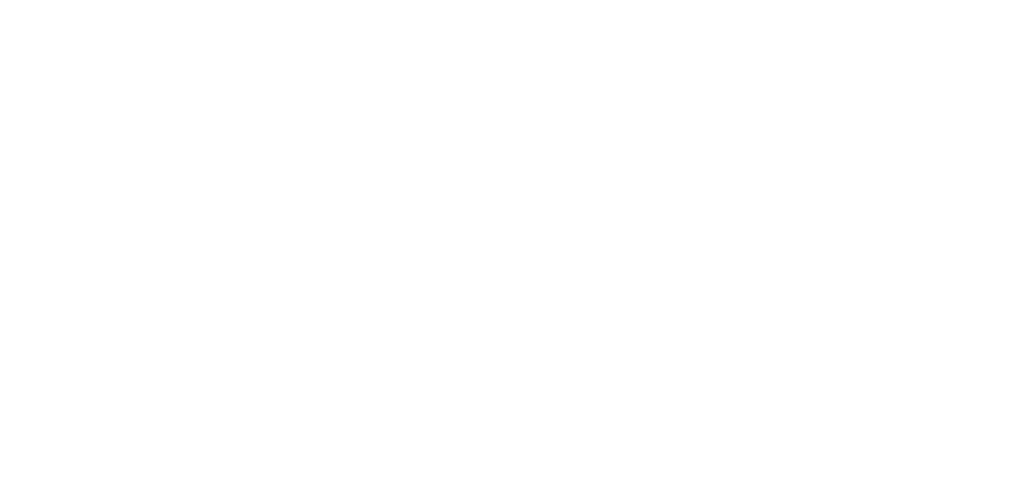
<source format=kicad_pcb>
(kicad_pcb
	(version 20241229)
	(generator "pcbnew")
	(generator_version "9.0")
	(general
		(thickness 1.6472)
		(legacy_teardrops no)
	)
	(paper "A3")
	(title_block
		(rev "${REVISION}")
		(company "${COMPANY}")
	)
	(layers
		(0 "F.Cu" signal)
		(4 "In1.Cu" signal)
		(6 "In2.Cu" power)
		(2 "B.Cu" power)
		(9 "F.Adhes" user "F.Adhesive")
		(11 "B.Adhes" user "B.Adhesive")
		(13 "F.Paste" user)
		(15 "B.Paste" user)
		(5 "F.SilkS" user "F.Silkscreen")
		(7 "B.SilkS" user "B.Silkscreen")
		(1 "F.Mask" user)
		(3 "B.Mask" user)
		(17 "Dwgs.User" user "DrillMap")
		(19 "Cmts.User" user "User.Comments")
		(21 "Eco1.User" user "F.DNP")
		(23 "Eco2.User" user "B.DNP")
		(25 "Edge.Cuts" user)
		(27 "Margin" user)
		(31 "F.CrtYd" user "F.Courtyard")
		(29 "B.CrtYd" user "B.Courtyard")
		(35 "F.Fab" user)
		(33 "B.Fab" user)
		(39 "User.1" user "AssyTitlePage")
		(41 "User.2" front "F.TestPoint")
		(43 "User.3" back "B.TestPoint")
		(45 "User.4" front "F.AssemblyText")
		(47 "User.5" back "B.AssemblyText")
		(49 "User.6" front "F.Dimensions")
		(51 "User.7" back "B.Dimensions")
		(53 "User.8" front "F.TestPointList")
		(55 "User.9" back "B.TestPointList")
	)
	(setup
		(stackup
			(layer "F.SilkS"
				(type "Top Silk Screen")
				(color "White")
			)
			(layer "F.Paste"
				(type "Top Solder Paste")
			)
			(layer "F.Mask"
				(type "Top Solder Mask")
				(color "Green")
				(thickness 0.0305)
			)
			(layer "F.Cu"
				(type "copper")
				(thickness 0.035)
			)
			(layer "dielectric 1"
				(type "prepreg")
				(color "FR4 natural")
				(thickness 0.2104)
				(material "FR4")
				(epsilon_r 4.4)
				(loss_tangent 0.02)
			)
			(layer "In1.Cu"
				(type "copper")
				(thickness 0.0152)
			)
			(layer "dielectric 2"
				(type "core")
				(color "FR4 natural")
				(thickness 1.065)
				(material "FR4")
				(epsilon_r 4.6)
				(loss_tangent 0.02)
			)
			(layer "In2.Cu"
				(type "copper")
				(thickness 0.0152)
			)
			(layer "dielectric 3"
				(type "prepreg")
				(color "FR4 natural")
				(thickness 0.2104)
				(material "FR4")
				(epsilon_r 4.4)
				(loss_tangent 0.02)
			)
			(layer "B.Cu"
				(type "copper")
				(thickness 0.035)
			)
			(layer "B.Mask"
				(type "Bottom Solder Mask")
				(color "Green")
				(thickness 0.0305)
			)
			(layer "B.Paste"
				(type "Bottom Solder Paste")
			)
			(layer "B.SilkS"
				(type "Bottom Silk Screen")
				(color "White")
			)
			(copper_finish "ENIG")
			(dielectric_constraints no)
		)
		(pad_to_mask_clearance 0)
		(allow_soldermask_bridges_in_footprints no)
		(tenting front back)
		(aux_axis_origin 150 150)
		(pcbplotparams
			(layerselection 0x00000000_00000000_55555555_5755f5ff)
			(plot_on_all_layers_selection 0x00000000_00000000_00000000_00000000)
			(disableapertmacros no)
			(usegerberextensions no)
			(usegerberattributes yes)
			(usegerberadvancedattributes yes)
			(creategerberjobfile yes)
			(dashed_line_dash_ratio 12.000000)
			(dashed_line_gap_ratio 3.000000)
			(svgprecision 4)
			(plotframeref no)
			(mode 1)
			(useauxorigin no)
			(hpglpennumber 1)
			(hpglpenspeed 20)
			(hpglpendiameter 15.000000)
			(pdf_front_fp_property_popups yes)
			(pdf_back_fp_property_popups yes)
			(pdf_metadata yes)
			(pdf_single_document no)
			(dxfpolygonmode yes)
			(dxfimperialunits yes)
			(dxfusepcbnewfont yes)
			(psnegative no)
			(psa4output no)
			(plot_black_and_white yes)
			(sketchpadsonfab no)
			(plotpadnumbers no)
			(hidednponfab no)
			(sketchdnponfab yes)
			(crossoutdnponfab yes)
			(subtractmaskfromsilk no)
			(outputformat 1)
			(mirror no)
			(drillshape 1)
			(scaleselection 1)
			(outputdirectory "")
		)
	)
	(property "ASSEMBLY_NAME" "")
	(property "ASSEMBLY_NUMBER" "")
	(property "ASSEMBLY_SCALE" "")
	(property "COMPANY" "Asymworks, LLC")
	(property "DESIGNER" "JPK")
	(property "DWG_NUMBER_PCB" "")
	(property "DWG_NUMBER_SCH" "")
	(property "DWG_TITLE_ASSY" "")
	(property "DWG_TITLE_PCB" "")
	(property "DWG_TITLE_SCH" "")
	(property "GIT_HASH" "")
	(property "GIT_HASH_PCB" "")
	(property "GIT_HASH_SCH" "")
	(property "GIT_URL" "")
	(property "PROJECT_CODE" "")
	(property "RELEASE_DATE" "")
	(property "RELEASE_STATE" "")
	(property "REVISION" "${REVISION}")
	(property "SCALE" "1:1")
	(property "SHEET_NAME_01" "Cover Page")
	(property "SHEET_NAME_02" "Block Diagram")
	(property "SHEET_NAME_03" "Project Architecture")
	(property "SHEET_NAME_04" "Circuit 1")
	(property "SHEET_NAME_05" "Circuit 2")
	(property "SHEET_NAME_06" "Circuit 3")
	(property "SHEET_NAME_07" "Parts List")
	(property "SHEET_NAME_08" "......................................")
	(property "SHEET_NAME_09" "......................................")
	(property "SHEET_NAME_10" "......................................")
	(property "SHEET_NAME_11" "......................................")
	(property "SHEET_NAME_12" "......................................")
	(property "SHEET_NAME_13" "......................................")
	(property "SHEET_NAME_14" "......................................")
	(property "SHEET_NAME_15" "......................................")
	(property "SHEET_NAME_16" "......................................")
	(property "SHEET_NAME_17" "......................................")
	(property "SHEET_NAME_18" "......................................")
	(property "SHEET_NAME_19" "......................................")
	(property "SHEET_NAME_20" "......................................")
	(property "STATE" "TEMPLATE")
	(property "VARIANT" "")
	(net 0 "")
	(gr_rect
		(start 50.047783 50)
		(end 126 59)
		(stroke
			(width 0.4)
			(type solid)
		)
		(fill no)
		(layer "Dwgs.User")
		(uuid "eef86ea1-046a-425e-89f7-6da48255647c")
	)
	(gr_rect
		(start 75 75)
		(end 200 200)
		(stroke
			(width 0.1)
			(type solid)
		)
		(fill no)
		(layer "User.1")
		(uuid "042b0c4f-1121-4db0-95e4-39bdfe0eb0b8")
	)
	(gr_rect
		(start 230 75)
		(end 355 200)
		(stroke
			(width 0.1)
			(type solid)
		)
		(fill no)
		(layer "User.1")
		(uuid "6c2ccaf6-aa69-49af-a793-ef80cc62b169")
	)
	(gr_rect
		(start 275 50)
		(end 370 132)
		(stroke
			(width 0.1)
			(type default)
		)
		(fill no)
		(layer "User.4")
		(uuid "cfc6dee3-f83b-4913-abcd-f976a436f822")
	)
	(gr_rect
		(start 275 50)
		(end 370 132)
		(stroke
			(width 0.1)
			(type solid)
		)
		(fill no)
		(layer "User.6")
		(uuid "c6d1c773-5ba0-4497-a091-518ae344412d")
	)
	(gr_rect
		(start 275 155)
		(end 369.88568 161.032705)
		(stroke
			(width 0.4)
			(type default)
		)
		(fill no)
		(layer "User.6")
		(uuid "e08bd01c-ebce-492b-ad22-a05050e1307e")
	)
	(gr_line
		(start 150 150)
		(end 150 144)
		(stroke
			(width 0.3)
			(type default)
		)
		(layer "User.8")
		(uuid "138df814-9fc0-4cc0-ac67-c44573ab995c")
	)
	(gr_poly
		(pts
			(xy 150 143.75) (xy 150.5 144.75) (xy 149.5 144.75)
		)
		(stroke
			(width 0.15)
			(type solid)
		)
		(fill yes)
		(layer "User.8")
		(uuid "18e435df-319f-4f50-9549-088e7a8a55bc")
	)
	(gr_poly
		(pts
			(xy 156.25 150) (xy 155.25 150.5) (xy 155.25 149.5)
		)
		(stroke
			(width 0.15)
			(type solid)
		)
		(fill yes)
		(layer "User.8")
		(uuid "a4011617-b152-428c-a037-eded5613147d")
	)
	(gr_rect
		(start 275 50)
		(end 350.285925 99.82)
		(stroke
			(width 0.4)
			(type default)
		)
		(fill no)
		(layer "User.8")
		(uuid "ca1df7df-febd-4552-bb12-f90f8b052afb")
	)
	(gr_line
		(start 150 150)
		(end 156 150)
		(stroke
			(width 0.3)
			(type default)
		)
		(layer "User.8")
		(uuid "e5c55f3d-a135-4f4a-84f6-c11ea97c329a")
	)
	(gr_poly
		(pts
			(xy 156.25 150) (xy 155.25 150.5) (xy 155.25 149.5)
		)
		(stroke
			(width 0.15)
			(type solid)
		)
		(fill yes)
		(layer "User.9")
		(uuid "27f07d2f-d223-4d76-8fb1-2d87a783dfa2")
	)
	(gr_rect
		(start 50 50)
		(end 125.285925 99.82)
		(stroke
			(width 0.4)
			(type solid)
		)
		(fill no)
		(layer "User.9")
		(uuid "52ef203c-2a5e-45d4-b567-b0d96c18b1e1")
	)
	(gr_line
		(start 150 150)
		(end 156 150)
		(stroke
			(width 0.3)
			(type solid)
		)
		(layer "User.9")
		(uuid "5eee881b-5cfa-4274-a29f-d48bbf634d4d")
	)
	(gr_poly
		(pts
			(xy 150 143.75) (xy 150.5 144.75) (xy 149.5 144.75)
		)
		(stroke
			(width 0.15)
			(type solid)
		)
		(fill yes)
		(layer "User.9")
		(uuid "650de03e-5252-448d-9da9-3768f324af0f")
	)
	(gr_line
		(start 150 150)
		(end 150 144)
		(stroke
			(width 0.3)
			(type solid)
		)
		(layer "User.9")
		(uuid "69246a21-11df-4a46-baff-830dcd0aec1e")
	)
	(gr_text "Drill Table"
		(at 50.047783 49 0)
		(layer "Dwgs.User")
		(uuid "e5fcdb98-adc6-4ce2-8720-d652c5bc0c29")
		(effects
			(font
				(face "Arial")
				(size 2 2)
				(thickness 0.4)
				(bold yes)
			)
			(justify left bottom)
		)
		(render_cache "Drill Table" 0
			(polygon
				(pts
					(xy 51.224168 46.662499) (xy 51.370235 46.689692) (xy 51.482517 46.733545) (xy 51.582673 46.794922)
					(xy 51.672242 46.874706) (xy 51.748228 46.968314) (xy 51.811992 47.076202) (xy 51.863484 47.20016)
					(xy 51.898251 47.330117) (xy 51.920898 47.486849) (xy 51.929063 47.674846) (xy 51.921574 47.839697)
					(xy 51.900512 47.981192) (xy 51.867636 48.102393) (xy 51.808332 48.243233) (xy 51.736689 48.360456)
					(xy 51.653069 48.457156) (xy 51.57818 48.518345) (xy 51.484532 48.57199) (xy 51.368892 48.617501)
					(xy 51.223476 48.648019) (xy 51.010954 48.66) (xy 50.250016 48.66) (xy 50.250016 48.323921) (xy 50.65436 48.323921)
					(xy 50.956366 48.323921) (xy 51.113984 48.318101) (xy 51.200853 48.304626) (xy 51.292366 48.270492)
					(xy 51.364129 48.220729) (xy 51.401669 48.177289) (xy 51.437202 48.11416) (xy 51.470009 48.025945)
					(xy 51.49938 47.877911) (xy 51.511041 47.656406) (xy 51.499177 47.436199) (xy 51.470009 47.297124)
					(xy 51.418954 47.182422) (xy 51.355214 47.10173) (xy 51.27308 47.043643) (xy 51.168124 47.00672)
					(xy 51.063227 46.993556) (xy 50.836076 46.987424) (xy 50.65436 46.987424) (xy 50.65436 48.323921)
					(xy 50.250016 48.323921) (xy 50.250016 46.651346) (xy 50.989094 46.651346)
				)
			)
			(polygon
				(pts
					(xy 52.636512 48.66) (xy 52.252563 48.66) (xy 52.252563 47.206266) (xy 52.609157 47.206266) (xy 52.609157 47.412529)
					(xy 52.703362 47.282019) (xy 52.773777 47.216769) (xy 52.851336 47.179735) (xy 52.93974 47.167187)
					(xy 53.025276 47.175062) (xy 53.109126 47.198835) (xy 53.192531 47.239483) (xy 53.073707 47.573852)
					(xy 52.976328 47.525476) (xy 52.893334 47.511081) (xy 52.817866 47.522618) (xy 52.75668 47.5559)
					(xy 52.709835 47.613087) (xy 52.66863 47.717711) (xy 52.646898 47.866422) (xy 52.636512 48.20815)
				)
			)
			(polygon
				(pts
					(xy 53.357395 47.003056) (xy 53.357395 46.651346) (xy 53.741223 46.651346) (xy 53.741223 47.003056)
				)
			)
			(polygon
				(pts
					(xy 53.357395 48.66) (xy 53.357395 47.206266) (xy 53.741223 47.206266) (xy 53.741223 48.66)
				)
			)
			(polygon
				(pts
					(xy 54.135064 48.66) (xy 54.135064 46.651346) (xy 54.518892 46.651346) (xy 54.518892 48.66)
				)
			)
			(polygon
				(pts
					(xy 54.912734 48.66) (xy 54.912734 46.651346) (xy 55.296561 46.651346) (xy 55.296561 48.66)
				)
			)
			(polygon
				(pts
					(xy 56.921631 48.66) (xy 56.921631 46.987424) (xy 56.327266 46.987424) (xy 56.327266 46.651346)
					(xy 57.918997 46.651346) (xy 57.918997 46.987424) (xy 57.325975 46.987424) (xy 57.325975 48.66)
				)
			)
			(polygon
				(pts
					(xy 58.707657 47.175561) (xy 58.831503 47.197331) (xy 58.918072 47.22837) (xy 58.996935 47.275203)
					(xy 59.054734 47.326933) (xy 59.095026 47.383709) (xy 59.12004 47.449952) (xy 59.138756 47.559464)
					(xy 59.146317 47.729434) (xy 59.142287 48.180307) (xy 59.147766 48.360026) (xy 59.160727 48.464117)
					(xy 59.186227 48.556053) (xy 59.229726 48.66) (xy 58.849928 48.66) (xy 58.813048 48.548136) (xy 58.79937 48.503684)
					(xy 58.695985 48.590299) (xy 58.588955 48.65023) (xy 58.473761 48.686748) (xy 58.349841 48.699078)
					(xy 58.23833 48.690589) (xy 58.144201 48.666648) (xy 58.064425 48.62867) (xy 57.996666 48.576835)
					(xy 57.940154 48.511621) (xy 57.900272 48.439438) (xy 57.875977 48.358837) (xy 57.867584 48.267745)
					(xy 57.871036 48.226468) (xy 58.251411 48.226468) (xy 58.25808 48.278043) (xy 58.277786 48.324216)
					(xy 58.311495 48.366542) (xy 58.354666 48.399014) (xy 58.404975 48.418673) (xy 58.464513 48.425526)
					(xy 58.531593 48.41814) (xy 58.597179 48.395726) (xy 58.662594 48.356894) (xy 58.720949 48.298089)
					(xy 58.754185 48.229277) (xy 58.764471 48.168754) (xy 58.769206 48.04121) (xy 58.769206 47.964396)
					(xy 58.535588 48.023381) (xy 58.390399 48.061684) (xy 58.326516 48.090669) (xy 58.283832 48.130751)
					(xy 58.259565 48.175358) (xy 58.251411 48.226468) (xy 57.871036 48.226468) (xy 57.874336 48.187018)
					(xy 57.893997 48.114025) (xy 57.926324 48.047316) (xy 57.970555 47.987986) (xy 58.025035 47.938799)
					(xy 58.090944 47.899061) (xy 58.209474 47.854009) (xy 58.396247 47.809057) (xy 58.643966 47.754803)
					(xy 58.769206 47.714291) (xy 58.769206 47.674968) (xy 58.762032 47.601107) (xy 58.743101 47.548902)
					(xy 58.714496 47.512669) (xy 58.674466 47.488542) (xy 58.609229 47.471146) (xy 58.508233 47.464187)
					(xy 58.413214 47.475625) (xy 58.348376 47.50583) (xy 58.299279 47.558843) (xy 58.255563 47.651765)
					(xy 57.907151 47.589239) (xy 57.958294 47.452986) (xy 58.025817 47.34869) (xy 58.109262 47.270624)
					(xy 58.182083 47.228768) (xy 58.274453 47.196367) (xy 58.390627 47.175003) (xy 58.535588 47.167187)
				)
			)
			(polygon
				(pts
					(xy 59.891502 47.36942) (xy 59.98742 47.27859) (xy 60.088282 47.216415) (xy 60.195739 47.17962)
					(xy 60.312332 47.167187) (xy 60.440896 47.179667) (xy 60.554988 47.2159) (xy 60.657635 47.275717)
					(xy 60.75087 47.361116) (xy 60.823087 47.462017) (xy 60.877148 47.585217) (xy 60.911899 47.735303)
					(xy 60.924405 47.91799) (xy 60.911661 48.107047) (xy 60.876223 48.26278) (xy 60.821076 48.390956)
					(xy 60.747451 48.496235) (xy 60.6519 48.586782) (xy 60.549768 48.649199) (xy 60.43928 48.686418)
					(xy 60.317706 48.699078) (xy 60.236377 48.692024) (xy 60.154991 48.670582) (xy 60.072486 48.633743)
					(xy 59.996493 48.584625) (xy 59.9272 48.522748) (xy 59.864147 48.446898) (xy 59.864147 48.66) (xy 59.507552 48.66)
					(xy 59.507552 47.9059) (xy 59.888815 47.9059) (xy 59.898425 48.058815) (xy 59.923527 48.168796)
					(xy 59.95989 48.246008) (xy 60.016104 48.316569) (xy 60.078012 48.364254) (xy 60.146806 48.392451)
					(xy 60.224893 48.402079) (xy 60.304437 48.39008) (xy 60.375686 48.354204) (xy 60.441415 48.291315)
					(xy 60.487613 48.212068) (xy 60.51898 48.099329) (xy 60.53093 47.94217) (xy 60.518672 47.774434)
					(xy 60.486857 47.656783) (xy 60.440682 47.576416) (xy 60.374153 47.51349) (xy 60.298338 47.476745)
					(xy 60.209873 47.464187) (xy 60.122919 47.476378) (xy 60.047434 47.512185) (xy 59.980284 47.573607)
					(xy 59.932534 47.651962) (xy 59.900749 47.759695) (xy 59.888815 47.9059) (xy 59.507552 47.9059)
					(xy 59.507552 46.651346) (xy 59.891502 46.651346)
				)
			)
			(polygon
				(pts
					(xy 61.233739 48.66) (xy 61.233739 46.651346) (xy 61.617566 46.651346) (xy 61.617566 48.66)
				)
			)
			(polygon
				(pts
					(xy 62.72327 47.18165) (xy 62.858536 47.222852) (xy 62.97493 47.289424) (xy 63.075574 47.382609)
					(xy 63.137728 47.469429) (xy 63.188015 47.575098) (xy 63.225596 47.703009) (xy 63.248677 47.857266)
					(xy 63.254604 48.042554) (xy 62.292776 48.042554) (xy 62.306098 48.152666) (xy 62.337637 48.239278)
					(xy 62.38571 48.307435) (xy 62.449939 48.360127) (xy 62.522743 48.391355) (xy 62.606994 48.402079)
					(xy 62.691436 48.389601) (xy 62.758669 48.353963) (xy 62.810502 48.294702) (xy 62.851603 48.198869)
					(xy 63.234087 48.261395) (xy 63.173427 48.396163) (xy 63.095845 48.503406) (xy 63.00108 48.587215)
					(xy 62.889994 48.647786) (xy 62.758804 48.685673) (xy 62.602842 48.699078) (xy 62.451071 48.687823)
					(xy 62.322723 48.656079) (xy 62.213797 48.605773) (xy 62.121166 48.537267) (xy 62.042793 48.44934)
					(xy 61.981888 48.346615) (xy 61.937159 48.229835) (xy 61.90913 48.096626) (xy 61.8993 47.944124)
					(xy 61.909203 47.80808) (xy 62.299614 47.80808) (xy 62.873463 47.80808) (xy 62.860722 47.698662)
					(xy 62.831302 47.61519) (xy 62.787367 47.55187) (xy 62.728166 47.50277) (xy 62.662498 47.47398)
					(xy 62.587943 47.464187) (xy 62.508236 47.474673) (xy 62.439955 47.505175) (xy 62.380214 47.556755)
					(xy 62.336239 47.622846) (xy 62.308851 47.705126) (xy 62.299614 47.80808) (xy 61.909203 47.80808)
					(xy 61.91255 47.762094) (xy 61.949753 47.609532) (xy 62.008401 47.481356) (xy 62.087856 47.373572)
					(xy 62.188893 47.282894) (xy 62.300377 47.219194) (xy 62.424533 47.180523) (xy 62.564618 47.167187)
				)
			)
		)
	)
	(gr_text "Top View (Angled)"
		(at 76 77 0)
		(layer "User.1")
		(uuid "0b6e2b9e-41dd-4d7d-9095-1e5d76b648e4")
		(effects
			(font
				(size 1 1)
				(thickness 0.15)
			)
			(justify left bottom)
		)
	)
	(gr_text "Bottom View (Angled)"
		(at 230.5 77 0)
		(layer "User.1")
		(uuid "1e871b3b-ad4b-410e-8efa-4228f8f3228f")
		(effects
			(font
				(size 1 1)
				(thickness 0.15)
			)
			(justify left bottom)
		)
	)
	(gr_text "Top View"
		(at 137.5 75 0)
		(layer "User.1")
		(uuid "dc195ba8-7ebf-40a4-a4b1-556b19cda4b2")
		(effects
			(font
				(face "Arial")
				(size 2.5 2.5)
				(thickness 0.5)
				(bold yes)
			)
			(justify bottom)
		)
		(render_cache "Top View" 0
			(polygon
				(pts
					(xy 130.803929 74.575) (xy 130.803929 72.484281) (xy 130.060973 72.484281) (xy 130.060973 72.064183)
					(xy 132.050636 72.064183) (xy 132.050636 72.484281) (xy 131.309359 72.484281) (xy 131.309359 74.575)
				)
			)
			(polygon
				(pts
					(xy 133.137402 72.726785) (xy 133.314113 72.778039) (xy 133.470674 72.861581) (xy 133.610432 72.979025)
					(xy 133.724723 73.121665) (xy 133.806163 73.28057) (xy 133.856125 73.458958) (xy 133.873451 73.661226)
					(xy 133.855975 73.86518) (xy 133.805551 74.045302) (xy 133.723308 74.205986) (xy 133.607837 74.350449)
					(xy 133.46662 74.46998) (xy 133.310389 74.554498) (xy 133.136049 74.606038) (xy 132.939222 74.623848)
					(xy 132.775697 74.611213) (xy 132.617747 74.573469) (xy 132.46356 74.50997) (xy 132.324027 74.421686)
					(xy 132.210178 74.311154) (xy 132.119482 74.176273) (xy 132.055998 74.025268) (xy 132.015858 73.848342)
					(xy 132.003411 73.666416) (xy 132.493479 73.666416) (xy 132.509635 73.845275) (xy 132.5536 73.982389)
					(xy 132.621554 74.087124) (xy 132.71482 74.169007) (xy 132.818791 74.216808) (xy 132.937543 74.23306)
					(xy 133.05626 74.216789) (xy 133.159911 74.168977) (xy 133.252617 74.087124) (xy 133.320002 73.982392)
					(xy 133.363785 73.84424) (xy 133.379928 73.662905) (xy 133.363924 73.486392) (xy 133.320266 73.350382)
					(xy 133.252617 73.24586) (xy 133.1599 73.163915) (xy 133.05625 73.116057) (xy 132.937543 73.099773)
					(xy 132.818802 73.116038) (xy 132.714831 73.163885) (xy 132.621554 73.24586) (xy 132.553606 73.350502)
					(xy 132.509639 73.487558) (xy 132.493479 73.666416) (xy 132.003411 73.666416) (xy 132.001635 73.640465)
					(xy 132.014555 73.482252) (xy 132.053445 73.327065) (xy 132.119482 73.173046) (xy 132.209809 73.033223)
					(xy 132.320514 72.91907) (xy 132.453332 72.828053) (xy 132.601329 72.762457) (xy 132.76129 72.722615)
					(xy 132.935864 72.708984)
				)
			)
			(polygon
				(pts
					(xy 135.401003 72.724653) (xy 135.539027 72.770661) (xy 135.666321 72.847679) (xy 135.78511 72.95918)
					(xy 135.877432 73.089256) (xy 135.94602 73.245151) (xy 135.989756 73.431955) (xy 136.005386 73.656036)
					(xy 135.98955 73.886514) (xy 135.945324 74.078006) (xy 135.876139 74.237175) (xy 135.783278 74.369378)
					(xy 135.663412 74.483045) (xy 135.535495 74.56134) (xy 135.39732 74.607991) (xy 135.245486 74.623848)
					(xy 135.100499 74.608516) (xy 134.973002 74.564009) (xy 134.854187 74.487894) (xy 134.716089 74.358997)
					(xy 134.716089 75.268649) (xy 134.236152 75.268649) (xy 134.236152 73.631001) (xy 134.710899 73.631001)
					(xy 134.726923 73.836952) (xy 134.769251 73.986554) (xy 134.832105 74.093383) (xy 134.921206 74.178065)
					(xy 135.018443 74.226557) (xy 135.127638 74.242829) (xy 135.232733 74.227638) (xy 135.324215 74.182863)
					(xy 135.405923 74.105595) (xy 135.462731 74.007121) (xy 135.50193 73.862399) (xy 135.517053 73.655425)
					(xy 135.501988 73.463371) (xy 135.462068 73.322962) (xy 135.402564 73.221894) (xy 135.31844 73.141912)
					(xy 135.225219 73.095805) (xy 135.11909 73.080233) (xy 135.008278 73.095747) (xy 134.912276 73.141272)
					(xy 134.827067 73.219299) (xy 134.76606 73.31862) (xy 134.725866 73.452421) (xy 134.710899 73.631001)
					(xy 134.236152 73.631001) (xy 134.236152 72.757833) (xy 134.683574 72.757833) (xy 134.683574 73.02421)
					(xy 134.785111 72.900347) (xy 134.919269 72.798285) (xy 135.02142 72.748854) (xy 135.130644 72.719103)
					(xy 135.248844 72.708984)
				)
			)
			(polygon
				(pts
					(xy 138.001155 74.575) (xy 137.106311 72.064183) (xy 137.654483 72.064183) (xy 138.288141 73.920429)
					(xy 138.90119 72.064183) (xy 139.437456 72.064183) (xy 138.54078 74.575)
				)
			)
			(polygon
				(pts
					(xy 139.628118 72.50382) (xy 139.628118 72.064183) (xy 140.107903 72.064183) (xy 140.107903 72.50382)
				)
			)
			(polygon
				(pts
					(xy 139.628118 74.575) (xy 139.628118 72.757833) (xy 140.107903 72.757833) (xy 140.107903 74.575)
				)
			)
			(polygon
				(pts
					(xy 141.490032 72.727063) (xy 141.659115 72.778565) (xy 141.804607 72.86178) (xy 141.930412 72.978262)
					(xy 142.008105 73.086787) (xy 142.070963 73.218873) (xy 142.11794 73.378762) (xy 142.146791 73.571582)
					(xy 142.1542 73.803192) (xy 140.951914 73.803192) (xy 140.968567 73.940832) (xy 141.007991 74.049098)
					(xy 141.068082 74.134294) (xy 141.148368 74.200158) (xy 141.239374 74.239194) (xy 141.344687 74.252599)
					(xy 141.45024 74.237002) (xy 141.534281 74.192454) (xy 141.599073 74.118377) (xy 141.650449 73.998586)
					(xy 142.128554 74.076744) (xy 142.052729 74.245204) (xy 141.955752 74.379258) (xy 141.837295 74.484019)
					(xy 141.698437 74.559733) (xy 141.53445 74.607092) (xy 141.339497 74.623848) (xy 141.149784 74.609779)
					(xy 140.989349 74.570099) (xy 140.853191 74.507216) (xy 140.737403 74.421583) (xy 140.639436 74.311675)
					(xy 140.563305 74.183269) (xy 140.507394 74.037294) (xy 140.472358 73.870782) (xy 140.46007 73.680155)
					(xy 140.472449 73.510101) (xy 140.960463 73.510101) (xy 141.677774 73.510101) (xy 141.661848 73.373327)
					(xy 141.625073 73.268987) (xy 141.570154 73.189837) (xy 141.496153 73.128462) (xy 141.414067 73.092475)
					(xy 141.320874 73.080233) (xy 141.221241 73.093342) (xy 141.135888 73.131469) (xy 141.061213 73.195943)
					(xy 141.006244 73.278558) (xy 140.972009 73.381408) (xy 140.960463 73.510101) (xy 140.472449 73.510101)
					(xy 140.476633 73.452617) (xy 140.523136 73.261915) (xy 140.596446 73.101695) (xy 140.695765 72.966966)
					(xy 140.822061 72.853618) (xy 140.961417 72.773993) (xy 141.116611 72.725654) (xy 141.291717 72.708984)
				)
			)
			(polygon
				(pts
					(xy 142.882501 74.575) (xy 142.308683 72.757833) (xy 142.774882 72.757833) (xy 143.114685 73.948669)
					(xy 143.427316 72.757833) (xy 143.890003 72.757833) (xy 144.192406 73.948669) (xy 144.539079 72.757833)
					(xy 145.012146 72.757833) (xy 144.42978 74.575) (xy 143.968619 74.575) (xy 143.656141 73.406297)
					(xy 143.3487 74.575)
				)
			)
		)
	)
	(gr_text "Bottom View"
		(at 292.5 75 0)
		(layer "User.1")
		(uuid "ec3aad9d-96fe-4dfe-8a57-eb65bf33df0b")
		(effects
			(font
				(face "Arial")
				(size 2.5 2.5)
				(thickness 0.5)
				(bold yes)
			)
			(justify bottom)
		)
		(render_cache "Bottom View" 0
			(polygon
				(pts
					(xy 283.475323 72.071523) (xy 283.640243 72.089065) (xy 283.779572 72.127682) (xy 283.901583 72.192563)
					(xy 284.006221 72.283183) (xy 284.093619 72.402154) (xy 284.136061 72.492072) (xy 284.161768 72.589289)
					(xy 284.170556 72.695551) (xy 284.159935 72.810315) (xy 284.128499 72.91749) (xy 284.075759 73.01902)
					(xy 284.00506 73.108953) (xy 283.919925 73.182141) (xy 283.818693 73.239754) (xy 283.963476 73.296861)
					(xy 284.079192 73.372879) (xy 284.170403 73.467816) (xy 284.238315 73.580506) (xy 284.279332 73.705613)
					(xy 284.29344 73.846545) (xy 284.284733 73.959059) (xy 284.258518 74.069792) (xy 284.214061 74.179937)
					(xy 284.153778 74.281964) (xy 284.081655 74.367707) (xy 283.997143 74.438834) (xy 283.9014 74.493684)
					(xy 283.789368 74.5337) (xy 283.658104 74.557903) (xy 283.488462 74.567629) (xy 283.048412 74.575)
					(xy 282.19631 74.575) (xy 282.19631 74.154902) (xy 282.701893 74.154902) (xy 283.169771 74.154902)
					(xy 283.418621 74.149766) (xy 283.516443 74.139484) (xy 283.619461 74.103504) (xy 283.69993 74.038886)
					(xy 283.738282 73.981758) (xy 283.762316 73.911547) (xy 283.770913 73.824716) (xy 283.756674 73.717873)
					(xy 283.716264 73.632222) (xy 283.650718 73.564733) (xy 283.558269 73.51697) (xy 283.42517 73.492589)
					(xy 283.110084 73.480792) (xy 282.701893 73.480792) (xy 282.701893 74.154902) (xy 282.19631 74.154902)
					(xy 282.19631 73.060694) (xy 282.701893 73.060694) (xy 283.033147 73.060694) (xy 283.400427 73.052145)
					(xy 283.519176 73.020947) (xy 283.60437 72.962997) (xy 283.64506 72.909547) (xy 283.669947 72.845624)
					(xy 283.678712 72.768213) (xy 283.661933 72.661329) (xy 283.614598 72.580451) (xy 283.567427 72.540091)
					(xy 283.505274 72.510578) (xy 283.424241 72.492829) (xy 282.992237 72.484281) (xy 282.701893 72.484281)
					(xy 282.701893 73.060694) (xy 282.19631 73.060694) (xy 282.19631 72.064183) (xy 283.197095 72.064183)
				)
			)
			(polygon
				(pts
					(xy 285.74138 72.726785) (xy 285.918091 72.778039) (xy 286.074652 72.861581) (xy 286.21441 72.979025)
					(xy 286.328701 73.121665) (xy 286.410141 73.28057) (xy 286.460103 73.458958) (xy 286.477429 73.661226)
					(xy 286.459953 73.86518) (xy 286.409529 74.045302) (xy 286.327286 74.205986) (xy 286.211815 74.350449)
					(xy 286.070598 74.46998) (xy 285.914367 74.554498) (xy 285.740027 74.606038) (xy 285.5432 74.623848)
					(xy 285.379675 74.611213) (xy 285.221725 74.573469) (xy 285.067538 74.50997) (xy 284.928005 74.421686)
					(xy 284.814156 74.311154) (xy 284.72346 74.176273) (xy 284.659976 74.025268) (xy 284.619836 73.848342)
					(xy 284.607389 73.666416) (xy 285.097457 73.666416) (xy 285.113613 73.845275) (xy 285.157578 73.982389)
					(xy 285.225532 74.087124) (xy 285.318798 74.169007) (xy 285.422769 74.216808) (xy 285.541521 74.23306)
					(xy 285.660238 74.216789) (xy 285.763889 74.168977) (xy 285.856595 74.087124) (xy 285.92398 73.982392)
					(xy 285.967763 73.84424) (xy 285.983906 73.662905) (xy 285.967902 73.486392) (xy 285.924244 73.350382)
					(xy 285.856595 73.24586) (xy 285.763878 73.163915) (xy 285.660228 73.116057) (xy 285.541521 73.099773)
					(xy 285.42278 73.116038) (xy 285.318809 73.163885) (xy 285.225532 73.24586) (xy 285.157584 73.350502)
					(xy 285.113617 73.487558) (xy 285.097457 73.666416) (xy 284.607389 73.666416) (xy 284.605613 73.640465)
					(xy 284.618533 73.482252) (xy 284.657423 73.327065) (xy 284.72346 73.173046) (xy 284.813787 73.033223)
					(xy 284.924492 72.91907) (xy 285.05731 72.828053) (xy 285.205307 72.762457) (xy 285.365268 72.722615)
					(xy 285.539842 72.708984)
				)
			)
			(polygon
				(pts
					(xy 287.685516 72.757833) (xy 287.685516 73.138852) (xy 287.35762 73.138852) (xy 287.35762 73.87677)
					(xy 287.366931 74.137957) (xy 287.382157 74.171532) (xy 287.409674 74.199171) (xy 287.445827 74.217023)
					(xy 287.490885 74.22329) (xy 287.563668 74.213784) (xy 287.683836 74.177189) (xy 287.724747 74.551644)
					(xy 287.6111 74.591001) (xy 287.485344 74.615394) (xy 287.34556 74.623848) (xy 287.220196 74.612481)
					(xy 287.111545 74.579884) (xy 287.018517 74.527385) (xy 286.95874 74.466159) (xy 286.919179 74.388391)
					(xy 286.891421 74.277634) (xy 286.880942 74.17189) (xy 286.876003 73.936457) (xy 286.876003 73.138852)
					(xy 286.655727 73.138852) (xy 286.655727 72.757833) (xy 286.876003 72.757833) (xy 286.876003 72.406123)
					(xy 287.35762 72.122801) (xy 287.35762 72.757833)
				)
			)
			(polygon
				(pts
					(xy 288.850554 72.757833) (xy 288.850554 73.138852) (xy 288.522658 73.138852) (xy 288.522658 73.87677)
					(xy 288.53197 74.137957) (xy 288.547195 74.171532) (xy 288.574712 74.199171) (xy 288.610865 74.217023)
					(xy 288.655923 74.22329) (xy 288.728706 74.213784) (xy 288.848875 74.177189) (xy 288.889785 74.551644)
					(xy 288.776138 74.591001) (xy 288.650382 74.615394) (xy 288.510598 74.623848) (xy 288.385235 74.612481)
					(xy 288.276583 74.579884) (xy 288.183555 74.527385) (xy 288.123779 74.466159) (xy 288.084217 74.388391)
					(xy 288.056459 74.277634) (xy 288.04598 74.17189) (xy 288.041042 73.936457) (xy 288.041042 73.138852)
					(xy 287.820765 73.138852) (xy 287.820765 72.757833) (xy 288.041042 72.757833) (xy 288.041042 72.406123)
					(xy 288.522658 72.122801) (xy 288.522658 72.757833)
				)
			)
			(polygon
				(pts
					(xy 290.208582 72.726785) (xy 290.385293 72.778039) (xy 290.541854 72.861581) (xy 290.681612 72.979025)
					(xy 290.795903 73.121665) (xy 290.877343 73.28057) (xy 290.927304 73.458958) (xy 290.944631 73.661226)
					(xy 290.927154 73.86518) (xy 290.87673 74.045302) (xy 290.794488 74.205986) (xy 290.679017 74.350449)
					(xy 290.537799 74.46998) (xy 290.381569 74.554498) (xy 290.207229 74.606038) (xy 290.010402 74.623848)
					(xy 289.846876 74.611213) (xy 289.688926 74.573469) (xy 289.534739 74.50997) (xy 289.395206 74.421686)
					(xy 289.281358 74.311154) (xy 289.190662 74.176273) (xy 289.127177 74.025268) (xy 289.087038 73.848342)
					(xy 289.074591 73.666416) (xy 289.564659 73.666416) (xy 289.580815 73.845275) (xy 289.62478 73.982389)
					(xy 289.692734 74.087124) (xy 289.786 74.169007) (xy 289.889971 74.216808) (xy 290.008723 74.23306)
					(xy 290.12744 74.216789) (xy 290.231091 74.168977) (xy 290.323796 74.087124) (xy 290.391182 73.982392)
					(xy 290.434965 73.84424) (xy 290.451108 73.662905) (xy 290.435103 73.486392) (xy 290.391446 73.350382)
					(xy 290.323796 73.24586) (xy 290.23108 73.163915) (xy 290.127429 73.116057) (xy 290.008723 73.099773)
					(xy 289.889981 73.116038) (xy 289.786011 73.163885) (xy 289.692734 73.24586) (xy 289.624786 73.350502)
					(xy 289.580818 73.487558) (xy 289.564659 73.666416) (xy 289.074591 73.666416) (xy 289.072815 73.640465)
					(xy 289.085734 73.482252) (xy 289.124624 73.327065) (xy 289.190662 73.173046) (xy 289.280988 73.033223)
					(xy 289.391694 72.91907) (xy 289.524512 72.828053) (xy 289.672508 72.762457) (xy 289.832469 72.722615)
					(xy 290.007044 72.708984)
				)
			)
			(polygon
				(pts
					(xy 291.285197 72.757833) (xy 291.727429 72.757833) (xy 291.727429 73.005434) (xy 291.857226 72.871116)
					(xy 291.992955 72.780234) (xy 292.13687 72.72692) (xy 292.292699 72.708984) (xy 292.407031 72.717544)
					(xy 292.507043 72.742047) (xy 292.595102 72.781494) (xy 292.673901 72.836836) (xy 292.743757 72.909189)
					(xy 292.805151 73.000854) (xy 292.932503 72.869938) (xy 293.06298 72.781494) (xy 293.206 72.727134)
					(xy 293.358514 72.708984) (xy 293.489613 72.718791) (xy 293.60121 72.746532) (xy 293.696637 72.790653)
					(xy 293.780444 72.852929) (xy 293.849022 72.932036) (xy 293.903328 73.030316) (xy 293.937964 73.165585)
					(xy 293.952787 73.408282) (xy 293.952787 74.575) (xy 293.47285 74.575) (xy 293.47285 73.533304)
					(xy 293.465095 73.348736) (xy 293.446669 73.240542) (xy 293.423391 73.183273) (xy 293.371681 73.126576)
					(xy 293.304992 73.092406) (xy 293.218379 73.080233) (xy 293.121456 73.095413) (xy 293.028786 73.142057)
					(xy 292.953657 73.21642) (xy 292.900711 73.323102) (xy 292.873194 73.459668) (xy 292.861479 73.699694)
					(xy 292.861479 74.575) (xy 292.381542 74.575) (xy 292.381542 73.576199) (xy 292.373124 73.333348)
					(xy 292.355897 73.233038) (xy 292.322103 73.164122) (xy 292.276365 73.118091) (xy 292.216211 73.09055)
					(xy 292.13043 73.080233) (xy 292.024565 73.095396) (xy 291.930609 73.140378) (xy 291.855243 73.212492)
					(xy 291.803297 73.313638) (xy 291.776595 73.445613) (xy 291.764982 73.689467) (xy 291.764982 74.575)
					(xy 291.285197 74.575)
				)
			)
			(polygon
				(pts
					(xy 296.046864 74.575) (xy 295.152019 72.064183) (xy 295.700192 72.064183) (xy 296.333849 73.920429)
					(xy 296.946899 72.064183) (xy 297.483165 72.064183) (xy 296.586488 74.575)
				)
			)
			(polygon
				(pts
					(xy 297.673827 72.50382) (xy 297.673827 72.064183) (xy 298.153611 72.064183) (xy 298.153611 72.50382)
				)
			)
			(polygon
				(pts
					(xy 297.673827 74.575) (xy 297.673827 72.757833) (xy 298.153611 72.757833) (xy 298.153611 74.575)
				)
			)
			(polygon
				(pts
					(xy 299.53574 72.727063) (xy 299.704824 72.778565) (xy 299.850316 72.86178) (xy 299.976121 72.978262)
					(xy 300.053814 73.086787) (xy 300.116672 73.218873) (xy 300.163649 73.378762) (xy 300.1925 73.571582)
					(xy 300.199908 73.803192) (xy 298.997623 73.803192) (xy 299.014276 73.940832) (xy 299.053699 74.049098)
					(xy 299.113791 74.134294) (xy 299.194077 74.200158) (xy 299.285083 74.239194) (xy 299.390396 74.252599)
					(xy 299.495948 74.237002) (xy 299.57999 74.192454) (xy 299.644782 74.118377) (xy 299.696158 73.998586)
					(xy 300.174263 74.076744) (xy 300.098437 74.245204) (xy 300.00146 74.379258) (xy 299.883003 74.484019)
					(xy 299.744146 74.559733) (xy 299.580159 74.607092) (xy 299.385206 74.623848) (xy 299.195492 74.609779)
					(xy 299.035057 74.570099) (xy 298.898899 74.507216) (xy 298.783111 74.421583) (xy 298.685145 74.311675)
					(xy 298.609014 74.183269) (xy 298.553102 74.037294) (xy 298.518066 73.870782) (xy 298.505779 73.680155)
					(xy 298.518157 73.510101) (xy 299.006171 73.510101) (xy 299.723482 73.510101) (xy 299.707556 73.373327)
					(xy 299.670781 73.268987) (xy 299.615863 73.189837) (xy 299.541862 73.128462) (xy 299.459776 73.092475)
					(xy 299.366582 73.080233) (xy 299.266949 73.093342) (xy 299.181597 73.131469) (xy 299.106922 73.195943)
					(xy 299.051952 73.278558) (xy 299.017718 73.381408) (xy 299.006171 73.510101) (xy 298.518157 73.510101)
					(xy 298.522341 73.452617) (xy 298.568845 73.261915) (xy 298.642155 73.101695) (xy 298.741473 72.966966)
					(xy 298.867769 72.853618) (xy 299.007125 72.773993) (xy 299.162319 72.725654) (xy 299.337426 72.708984)
				)
			)
			(polygon
				(pts
					(xy 300.92821 74.575) (xy 300.354392 72.757833) (xy 300.820591 72.757833) (xy 301.160393 73.948669)
					(xy 301.473024 72.757833) (xy 301.935712 72.757833) (xy 302.238115 73.948669) (xy 302.584787 72.757833)
					(xy 303.057855 72.757833) (xy 302.475488 74.575) (xy 302.014327 74.575) (xy 301.701849 73.406297)
					(xy 301.394409 74.575)
				)
			)
		)
	)
	(gr_text "${ASSEMBLY_NOTES}"
		(at 50 50 0)
		(layer "User.4")
		(uuid "2b226915-0cd8-4e40-a911-2e30537e1239")
		(effects
			(font
				(face "Inconsolata")
				(size 2 2)
				(thickness 0.3)
				(bold yes)
			)
			(justify left top)
		)
		(render_cache "${ASSEMBLY_NOTES}" 0
			(polygon
				(pts
					(xy 50.862909 50.187351) (xy 50.864619 50.198464) (xy 50.856193 50.226308) (xy 50.846667 50.27076)
					(xy 50.846667 50.340369) (xy 50.92819 50.354025) (xy 51.007013 50.378105) (xy 51.082413 50.411226)
					(xy 51.15307 50.451988) (xy 51.217401 50.501398) (xy 51.273726 50.560799) (xy 51.126448 50.747156)
					(xy 51.102918 50.738525) (xy 51.091765 50.719312) (xy 51.083172 50.697549) (xy 51.070516 50.685851)
					(xy 51.028262 50.646772) (xy 50.975872 50.618928) (xy 50.917131 50.598046) (xy 50.855094 50.582658)
					(xy 50.855094 51.018998) (xy 51.008648 51.081601) (xy 51.119487 51.140509) (xy 51.210379 51.210363)
					(xy 51.270307 51.285833) (xy 51.306135 51.37468) (xy 51.319033 51.488311) (xy 51.304718 51.594833)
					(xy 51.260537 51.700802) (xy 51.190785 51.795389) (xy 51.095429 51.875558) (xy 50.981652 51.933301)
					(xy 50.846667 51.966416) (xy 50.846667 52.125052) (xy 50.650785 52.125052) (xy 50.650785 51.968736)
					(xy 50.560349 51.955847) (xy 50.467847 51.933565) (xy 50.377883 51.901535) (xy 50.292969 51.859071)
					(xy 50.214257 51.806775) (xy 50.144347 51.746475) (xy 50.289916 51.506385) (xy 50.312081 51.521439)
					(xy 50.321179 51.542655) (xy 50.328629 51.565998) (xy 50.344748 51.587107) (xy 50.43121 51.653907)
					(xy 50.532205 51.699947) (xy 50.642358 51.729134) (xy 50.642358 51.725226) (xy 50.855094 51.725226)
					(xy 50.911519 51.706211) (xy 50.96024 51.677843) (xy 51.001506 51.640909) (xy 51.03217 51.598464)
					(xy 51.051762 51.551077) (xy 51.058182 51.502233) (xy 51.051886 51.451793) (xy 51.033879 51.410031)
					(xy 51.005056 51.373822) (xy 50.964148 51.3403) (xy 50.915707 51.312354) (xy 50.855094 51.287177)
					(xy 50.855094 51.725226) (xy 50.642358 51.725226) (xy 50.642358 51.22575) (xy 50.503613 51.165415)
					(xy 50.394452 51.104239) (xy 50.302491 51.03164) (xy 50.238136 50.951953) (xy 50.19796 50.8602)
					(xy 50.184159 50.753628) (xy 50.185559 50.739706) (xy 50.450994 50.739706) (xy 50.45656 50.777863)
					(xy 50.473953 50.816521) (xy 50.501175 50.851968) (xy 50.540265 50.886374) (xy 50.642358 50.943649)
					(xy 50.642358 50.579849) (xy 50.546127 50.608792) (xy 50.506021 50.633057) (xy 50.476517 50.662526)
					(xy 50.457461 50.698109) (xy 50.450994 50.739706) (xy 50.185559 50.739706) (xy 50.191435 50.681261)
					(xy 50.212772 50.615678) (xy 50.248394 50.555303) (xy 50.322181 50.477639) (xy 50.41912 50.414253)
					(xy 50.529432 50.369463) (xy 50.650785 50.343056) (xy 50.650785 50.178925) (xy 50.853384 50.178925)
				)
			)
			(polygon
				(pts
					(xy 52.418614 52.234473) (xy 52.227948 52.222831) (xy 52.076919 52.19112) (xy 51.986822 52.153879)
					(xy 51.914003 52.102827) (xy 51.855879 52.037491) (xy 51.815407 51.960075) (xy 51.78969 51.859358)
					(xy 51.781751 51.729012) (xy 51.791277 51.474755) (xy 51.784484 51.377907) (xy 51.767707 51.316974)
					(xy 51.738263 51.270512) (xy 51.700907 51.244434) (xy 51.654495 51.231167) (xy 51.593196 51.226238)
					(xy 51.500261 51.226238) (xy 51.500261 50.98053) (xy 51.590387 50.98053) (xy 51.656648 50.974435)
					(xy 51.705914 50.95806) (xy 51.74546 50.928977) (xy 51.77418 50.885153) (xy 51.790465 50.829246)
					(xy 51.796894 50.744836) (xy 51.791277 50.503524) (xy 51.799397 50.396862) (xy 51.822311 50.306678)
					(xy 51.858688 50.230094) (xy 51.909773 50.162612) (xy 51.97343 50.107225) (xy 52.051273 50.063154)
					(xy 52.13643 50.032893) (xy 52.234993 50.013743) (xy 52.349249 50.006978) (xy 52.555757 50.006978)
					(xy 52.555757 50.255373) (xy 52.299424 50.255373) (xy 52.231482 50.262269) (xy 52.180301 50.281008)
					(xy 52.141887 50.310205) (xy 52.114246 50.349898) (xy 52.096276 50.403208) (xy 52.089619 50.474337)
					(xy 52.095115 50.710275) (xy 52.088674 50.797668) (xy 52.070202 50.874528) (xy 52.039258 50.945021)
					(xy 51.996685 51.006542) (xy 51.9432 51.059182) (xy 51.878593 51.103384) (xy 51.939612 51.140874)
					(xy 51.991311 51.192655) (xy 52.032272 51.255785) (xy 52.063852 51.33224) (xy 52.082852 51.416381)
					(xy 52.089619 51.516277) (xy 52.082903 51.725471) (xy 52.091242 51.814908) (xy 52.113311 51.878977)
					(xy 52.1522 51.92909) (xy 52.209542 51.963974) (xy 52.280532 51.983183) (xy 52.378314 51.990474)
					(xy 52.552948 51.990474) (xy 52.552948 52.234473)
				)
			)
			(polygon
				(pts
					(xy 53.823743 51.593579) (xy 53.142794 51.593579) (xy 53.187002 51.368754) (xy 53.77233 51.368754)
				)
			)
			(polygon
				(pts
					(xy 53.498168 50.830198) (xy 53.144993 52) (xy 52.832728 52) (xy 53.422575 50.245359) (xy 53.574249 50.245359)
					(xy 54.164096 52) (xy 53.845115 52)
				)
			)
			(polygon
				(pts
					(xy 54.87472 52.031263) (xy 54.70454 52.018043) (xy 54.548168 51.979361) (xy 54.450688 51.937906)
					(xy 54.366452 51.885115) (xy 54.293911 51.820847) (xy 54.448272 51.561706) (xy 54.461217 51.538258)
					(xy 54.485886 51.552791) (xy 54.50054 51.594434) (xy 54.544016 51.648412) (xy 54.616876 51.695028)
					(xy 54.698988 51.733042) (xy 54.787259 51.757998) (xy 54.884246 51.767602) (xy 54.949141 51.764023)
					(xy 55.004902 51.753925) (xy 55.056146 51.736459) (xy 55.098569 51.712892) (xy 55.133863 51.681711)
					(xy 55.159874 51.643161) (xy 55.175807 51.598446) (xy 55.181367 51.545952) (xy 55.173307 51.482205)
					(xy 55.144487 51.422609) (xy 55.084891 51.364357) (xy 54.986095 51.300488) (xy 54.83845 51.226971)
					(xy 54.669613 51.144599) (xy 54.553175 51.069068) (xy 54.460756 50.98298) (xy 54.40321 50.897121)
					(xy 54.369877 50.801012) (xy 54.358269 50.689026) (xy 54.366402 50.606351) (xy 54.390264 50.53117)
					(xy 54.430076 50.461758) (xy 54.483014 50.400823) (xy 54.548594 50.348176) (xy 54.628524 50.303611)
					(xy 54.714646 50.271799) (xy 54.809646 50.252154) (xy 54.91502 50.245359) (xy 55.022909 50.251864)
					(xy 55.120062 50.270638) (xy 55.212004 50.301901) (xy 55.296894 50.344888) (xy 55.374723 50.400208)
					(xy 55.446127 50.469696) (xy 55.259769 50.683042) (xy 55.242916 50.703803) (xy 55.221179 50.685851)
					(xy 55.211653 50.642009) (xy 55.174162 50.58681) (xy 55.117695 50.545015) (xy 55.059979 50.520498)
					(xy 54.996655 50.507975) (xy 54.917829 50.503401) (xy 54.86296 50.507039) (xy 54.81598 50.517323)
					(xy 54.773175 50.534253) (xy 54.738189 50.556036) (xy 54.709067 50.5831) (xy 54.688119 50.612822)
					(xy 54.674834 50.645296) (xy 54.670533 50.677791) (xy 54.678349 50.740073) (xy 54.707414 50.796859)
					(xy 54.769207 50.853524) (xy 54.873866 50.915806) (xy 55.032501 50.990544) (xy 55.15851 51.052857)
					(xy 55.254152 51.108269) (xy 55.336787 51.168389) (xy 55.395935 51.227215) (xy 55.441169 51.292751)
					(xy 55.471039 51.362892) (xy 55.487822 51.438868) (xy 55.493754 51.527512) (xy 55.486721 51.608958)
					(xy 55.465519 51.688881) (xy 55.429396 51.768335) (xy 55.379776 51.839492) (xy 55.313444 51.902573)
					(xy 55.227896 51.95799) (xy 55.13361 51.996899) (xy 55.017441 52.022128)
				)
			)
			(polygon
				(pts
					(xy 56.273743 52.031263) (xy 56.103563 52.018043) (xy 55.947191 51.979361) (xy 55.849711 51.937906)
					(xy 55.765475 51.885115) (xy 55.692934 51.820847) (xy 55.847295 51.561706) (xy 55.86024 51.538258)
					(xy 55.884909 51.552791) (xy 55.899563 51.594434) (xy 55.943039 51.648412) (xy 56.015899 51.695028)
					(xy 56.098011 51.733042) (xy 56.186282 51.757998) (xy 56.283269 51.767602) (xy 56.348164 51.764023)
					(xy 56.403925 51.753925) (xy 56.455169 51.736459) (xy 56.497592 51.712892) (xy 56.532886 51.681711)
					(xy 56.558897 51.643161) (xy 56.57483 51.598446) (xy 56.58039 51.545952) (xy 56.57233 51.482205)
					(xy 56.54351 51.422609) (xy 56.483914 51.364357) (xy 56.385118 51.300488) (xy 56.237473 51.226971)
					(xy 56.068636 51.144599) (xy 55.952198 51.069068) (xy 55.859779 50.98298) (xy 55.802233 50.897121)
					(xy 55.7689 50.801012) (xy 55.757292 50.689026) (xy 55.765425 50.606351) (xy 55.789287 50.53117)
					(xy 55.829099 50.461758) (xy 55.882037 50.400823) (xy 55.947617 50.348176) (xy 56.027547 50.303611)
					(xy 56.113669 50.271799) (xy 56.208669 50.252154) (xy 56.314043 50.245359) (xy 56.421932 50.251864)
					(xy 56.519085 50.270638) (xy 56.611027 50.301901) (xy 56.695917 50.344888) (xy 56.773746 50.400208)
					(xy 56.84515 50.469696) (xy 56.658792 50.683042) (xy 56.641939 50.703803) (xy 56.620202 50.685851)
					(xy 56.610676 50.642009) (xy 56.573185 50.58681) (xy 56.516718 50.545015) (xy 56.459002 50.520498)
					(xy 56.395678 50.507975) (xy 56.316852 50.503401) (xy 56.261983 50.507039) (xy 56.215003 50.517323)
					(xy 56.172198 50.534253) (xy 56.137212 50.556036) (xy 56.10809 50.5831) (xy 56.087142 50.612822)
					(xy 56.073857 50.645296) (xy 56.069556 50.677791) (xy 56.077372 50.740073) (xy 56.106437 50.796859)
					(xy 56.16823 50.853524) (xy 56.272889 50.915806) (xy 56.431524 50.990544) (xy 56.557533 51.052857)
					(xy 56.653175 51.108269) (xy 56.73581 51.168389) (xy 56.794958 51.227215) (xy 56.840192 51.292751)
					(xy 56.870062 51.362892) (xy 56.886845 51.438868) (xy 56.892777 51.527512) (xy 56.885744 51.608958)
					(xy 56.864542 51.688881) (xy 56.828419 51.768335) (xy 56.778799 51.839492) (xy 56.712467 51.902573)
					(xy 56.626919 51.95799) (xy 56.532633 51.996899) (xy 56.416464 52.022128)
				)
			)
			(polygon
				(pts
					(xy 57.138363 52) (xy 57.138363 50.257083) (xy 58.272627 50.257083) (xy 58.272627 50.514392) (xy 57.445621 50.514392)
					(xy 57.445621 50.958792) (xy 58.125471 50.958792) (xy 58.125471 51.218422) (xy 57.445621 51.218422)
					(xy 57.445621 51.742568) (xy 58.266032 51.742568) (xy 58.266032 52)
				)
			)
			(polygon
				(pts
					(xy 58.483653 52) (xy 58.483653 50.257083) (xy 58.760136 50.257083) (xy 59.098656 51.057222) (xy 59.438886 50.254274)
					(xy 59.714759 50.254274) (xy 59.714759 52) (xy 59.441207 52) (xy 59.441207 50.78306) (xy 59.167533 51.423709)
					(xy 59.013049 51.423709) (xy 58.754518 50.785868) (xy 58.754518 52)
				)
			)
			(polygon
				(pts
					(xy 60.580063 50.265689) (xy 60.700523 50.2892) (xy 60.80862 50.328769) (xy 60.891887 50.378349)
					(xy 60.959131 50.441998) (xy 61.006071 50.516346) (xy 61.034256 50.6004) (xy 61.043928 50.694766)
					(xy 61.03697 50.766947) (xy 61.015352 50.842533) (xy 60.98026 50.913864) (xy 60.931943 50.977721)
					(xy 60.871269 51.030551) (xy 60.79651 51.071022) (xy 60.864826 51.105655) (xy 60.926081 51.146859)
					(xy 60.980776 51.194592) (xy 61.026221 51.24651) (xy 61.06318 51.30353) (xy 61.09009 51.364357)
					(xy 61.10666 51.428486) (xy 61.112194 51.494783) (xy 61.101317 51.603624) (xy 61.069574 51.701168)
					(xy 61.016669 51.787625) (xy 60.941468 51.861025) (xy 60.848048 51.918243) (xy 60.727634 51.963485)
					(xy 60.593449 51.990237) (xy 60.426605 52) (xy 59.897208 52) (xy 59.897208 51.73866) (xy 60.212892 51.73866)
					(xy 60.458478 51.73866) (xy 60.555468 51.730796) (xy 60.632013 51.709228) (xy 60.696852 51.672441)
					(xy 60.743387 51.623743) (xy 60.772354 51.562753) (xy 60.782588 51.486113) (xy 60.773369 51.405848)
					(xy 60.747051 51.338834) (xy 60.701677 51.283669) (xy 60.630669 51.239305) (xy 60.54199 51.213003)
					(xy 60.412683 51.202791) (xy 60.212892 51.202791) (xy 60.212892 51.73866) (xy 59.897208 51.73866)
					(xy 59.897208 50.950366) (xy 60.212892 50.950366) (xy 60.403157 50.950366) (xy 60.519714 50.942129)
					(xy 60.597086 50.921301) (xy 60.658643 50.885381) (xy 60.696371 50.841067) (xy 60.717949 50.786847)
					(xy 60.725436 50.72322) (xy 60.72111 50.677713) (xy 60.708583 50.637491) (xy 60.687292 50.601977)
					(xy 60.656315 50.5724) (xy 60.617313 50.549238) (xy 60.564846 50.529413) (xy 60.506092 50.51726)
					(xy 60.432222 50.512805) (xy 60.212892 50.512805) (xy 60.212892 50.950366) (xy 59.897208 50.950366)
					(xy 59.897208 50.257083) (xy 60.429413 50.257083)
				)
			)
			(polygon
				(pts
					(xy 61.351674 50.257083) (xy 61.668946 50.257083) (xy 61.695324 50.257083) (xy 61.695324 50.28224)
					(xy 61.675662 50.318632) (xy 61.671755 50.385676) (xy 61.671755 51.741468) (xy 62.470917 51.741468)
					(xy 62.470917 52) (xy 61.351674 52)
				)
			)
			(polygon
				(pts
					(xy 63.158094 52) (xy 63.158094 51.311845) (xy 62.637613 50.257083) (xy 62.963921 50.257083) (xy 63.323203 50.984438)
					(xy 63.642184 50.257083) (xy 63.954937 50.257083) (xy 63.474877 51.314532) (xy 63.474877 52)
				)
			)
			(polygon
				(pts
					(xy 64.078157 52.281367) (xy 64.078157 52.028454) (xy 65.302547 52.028454) (xy 65.302547 52.281367)
				)
			)
			(polygon
				(pts
					(xy 65.492201 50.257083) (xy 65.821807 50.257083) (xy 66.413852 51.404047) (xy 66.397121 50.257083)
					(xy 66.679099 50.257083) (xy 66.705478 50.257083) (xy 66.705478 50.28224) (xy 66.68606 50.318632)
					(xy 66.681908 50.385799) (xy 66.681908 52) (xy 66.388695 52) (xy 65.776988 50.777442) (xy 65.776988 52)
					(xy 65.492201 52)
				)
			)
			(polygon
				(pts
					(xy 67.631442 50.258023) (xy 67.749288 50.294055) (xy 67.850366 50.352215) (xy 67.936904 50.431308)
					(xy 68.009828 50.531807) (xy 68.069207 50.657274) (xy 68.109018 50.791455) (xy 68.134583 50.949571)
					(xy 68.143702 51.135502) (xy 68.13456 51.325256) (xy 68.108973 51.486169) (xy 68.069207 51.622278)
					(xy 68.009577 51.749384) (xy 67.936626 51.849733) (xy 67.850366 51.927337) (xy 67.749485 51.983819)
					(xy 67.631629 52.01891) (xy 67.492794 52.031263) (xy 67.353716 52.018757) (xy 67.235494 51.983195)
					(xy 67.134124 51.925872) (xy 67.047486 51.847467) (xy 66.974637 51.74704) (xy 66.915526 51.620812)
					(xy 66.876333 51.485714) (xy 66.851056 51.32533) (xy 66.842009 51.135502) (xy 66.842139 51.132815)
					(xy 67.155983 51.132815) (xy 67.166859 51.339321) (xy 67.195429 51.491242) (xy 67.228013 51.583344)
					(xy 67.266705 51.652969) (xy 67.310711 51.704344) (xy 67.364701 51.743587) (xy 67.424735 51.766937)
					(xy 67.492794 51.77493) (xy 67.560487 51.766919) (xy 67.619851 51.74356) (xy 67.672923 51.704344)
					(xy 67.716279 51.653127) (xy 67.755084 51.583511) (xy 67.788572 51.491242) (xy 67.818389 51.339248)
					(xy 67.829727 51.132815) (xy 67.818556 50.938758) (xy 67.788572 50.789532) (xy 67.755265 50.698109)
					(xy 67.716479 50.627885) (xy 67.672923 50.575087) (xy 67.619653 50.534195) (xy 67.560301 50.509973)
					(xy 67.492794 50.501692) (xy 67.424918 50.509955) (xy 67.364898 50.53417) (xy 67.310711 50.575087)
					(xy 67.266507 50.628042) (xy 67.227835 50.698274) (xy 67.195429 50.789532) (xy 67.1667 50.938676)
					(xy 67.155983 51.132815) (xy 66.842139 51.132815) (xy 66.851014 50.949521) (xy 66.876249 50.791402)
					(xy 66.915526 50.657274) (xy 66.974512 50.531865) (xy 67.047347 50.431364) (xy 67.134124 50.352215)
					(xy 67.235592 50.294052) (xy 67.35381 50.258021) (xy 67.492794 50.245359)
				)
			)
			(polygon
				(pts
					(xy 68.720603 52) (xy 68.720603 50.523918) (xy 68.252267 50.523918) (xy 68.252267 50.257083) (xy 69.518056 50.257083)
					(xy 69.518056 50.523918) (xy 69.025052 50.523918) (xy 69.025052 52)
				)
			)
			(polygon
				(pts
					(xy 69.72957 52) (xy 69.72957 50.257083) (xy 70.863834 50.257083) (xy 70.863834 50.514392) (xy 70.036828 50.514392)
					(xy 70.036828 50.958792) (xy 70.716678 50.958792) (xy 70.716678 51.218422) (xy 70.036828 51.218422)
					(xy 70.036828 51.742568) (xy 70.85724 51.742568) (xy 70.85724 52)
				)
			)
			(polygon
				(pts
					(xy 71.662997 52.031263) (xy 71.492817 52.018043) (xy 71.336444 51.979361) (xy 71.238964 51.937906)
					(xy 71.154729 51.885115) (xy 71.082187 51.820847) (xy 71.236549 51.561706) (xy 71.249494 51.538258)
					(xy 71.274162 51.552791) (xy 71.288817 51.594434) (xy 71.332292 51.648412) (xy 71.405153 51.695028)
					(xy 71.487264 51.733042) (xy 71.575536 51.757998) (xy 71.672522 51.767602) (xy 71.737418 51.764023)
					(xy 71.793178 51.753925) (xy 71.844422 51.736459) (xy 71.886845 51.712892) (xy 71.922139 51.681711)
					(xy 71.94815 51.643161) (xy 71.964083 51.598446) (xy 71.969644 51.545952) (xy 71.961584 51.482205)
					(xy 71.932763 51.422609) (xy 71.873168 51.364357) (xy 71.774371 51.300488) (xy 71.626727 51.226971)
					(xy 71.457889 51.144599) (xy 71.341451 51.069068) (xy 71.249032 50.98298) (xy 71.191486 50.897121)
					(xy 71.158153 50.801012) (xy 71.146545 50.689026) (xy 71.154678 50.606351) (xy 71.17854 50.53117)
					(xy 71.218353 50.461758) (xy 71.271291 50.400823) (xy 71.33687 50.348176) (xy 71.4168 50.303611)
					(xy 71.502923 50.271799) (xy 71.597922 50.252154) (xy 71.703297 50.245359) (xy 71.811185 50.251864)
					(xy 71.908339 50.270638) (xy 72.00028 50.301901) (xy 72.08517 50.344888) (xy 72.162999 50.400208)
					(xy 72.234403 50.469696) (xy 72.048046 50.683042) (xy 72.031193 50.703803) (xy 72.009455 50.685851)
					(xy 71.99993 50.642009) (xy 71.962438 50.58681) (xy 71.905971 50.545015) (xy 71.848255 50.520498)
					(xy 71.784931 50.507975) (xy 71.706106 50.503401) (xy 71.651236 50.507039) (xy 71.604256 50.517323)
					(xy 71.561451 50.534253) (xy 71.526465 50.556036) (xy 71.497344 50.5831) (xy 71.476395 50.612822)
					(xy 71.46311 50.645296) (xy 71.45881 50.677791) (xy 71.466625 50.740073) (xy 71.49569 50.796859)
					(xy 71.557484 50.853524) (xy 71.662142 50.915806) (xy 71.820778 50.990544) (xy 71.946786 51.052857)
					(xy 72.042428 51.108269) (xy 72.125064 51.168389) (xy 72.184211 51.227215) (xy 72.229445 51.292751)
					(xy 72.259316 51.362892) (xy 72.276098 51.438868) (xy 72.28203 51.527512) (xy 72.274997 51.608958)
					(xy 72.253795 51.688881) (xy 72.217672 51.768335) (xy 72.168052 51.839492) (xy 72.10172 51.902573)
					(xy 72.016172 51.95799) (xy 71.921886 51.996899) (xy 71.805717 52.022128)
				)
			)
			(polygon
				(pts
					(xy 72.657431 52.234473) (xy 72.523098 52.234473) (xy 72.523098 51.990474) (xy 72.697732 51.990474)
					(xy 72.797818 51.983095) (xy 72.867847 51.963974) (xy 72.924069 51.929186) (xy 72.962735 51.878977)
					(xy 72.984894 51.814899) (xy 72.993265 51.725471) (xy 72.986549 51.516277) (xy 72.993285 51.416375)
					(xy 73.012194 51.33224) (xy 73.04388 51.255822) (xy 73.085223 51.192655) (xy 73.137312 51.140758)
					(xy 73.197452 51.103384) (xy 73.132845 51.059182) (xy 73.079361 51.006542) (xy 73.036855 50.945033)
					(xy 73.005844 50.874528) (xy 72.987372 50.797668) (xy 72.980931 50.710275) (xy 72.986549 50.474337)
					(xy 72.979946 50.403165) (xy 72.962132 50.349857) (xy 72.934769 50.310205) (xy 72.8967 50.281084)
					(xy 72.84539 50.262311) (xy 72.776622 50.255373) (xy 72.520289 50.255373) (xy 72.520289 50.006978)
					(xy 72.726919 50.006978) (xy 72.841846 50.013764) (xy 72.940537 50.032934) (xy 73.025383 50.063154)
					(xy 73.102906 50.107202) (xy 73.166368 50.162584) (xy 73.217358 50.230094) (xy 73.253735 50.306678)
					(xy 73.276649 50.396862) (xy 73.284769 50.503524) (xy 73.279152 50.744836) (xy 73.285548 50.829255)
					(xy 73.301744 50.885153) (xy 73.330799 50.928874) (xy 73.371475 50.95806) (xy 73.421682 50.974542)
					(xy 73.485659 50.98053) (xy 73.575785 50.98053) (xy 73.575785 51.226238) (xy 73.48285 51.226238)
					(xy 73.423848 51.231072) (xy 73.376482 51.244434) (xy 73.337996 51.270631) (xy 73.308217 51.316974)
					(xy 73.291528 51.3779) (xy 73.284769 51.474755) (xy 73.294295 51.729012) (xy 73.286469 51.859388)
					(xy 73.260912 51.960103) (xy 73.220655 52.037491) (xy 73.16287 52.102765) (xy 73.090082 52.153827)
					(xy 72.999616 52.19112) (xy 72.84825 52.222836)
				)
			)
		)
	)
	(gr_text "Component Table"
		(at 276 52 0)
		(layer "User.4")
		(uuid "2e27c438-bd26-4dac-b0b9-a7f80cc99579")
		(effects
			(font
				(size 1 1)
				(thickness 0.15)
			)
			(justify left bottom)
		)
	)
	(gr_text "${FABRICATION_NOTES}"
		(at 50 50 0)
		(layer "User.6")
		(uuid "57c70514-87b8-4b30-9ca8-da2ae0065edc")
		(effects
			(font
				(face "Inconsolata")
				(size 2 2)
				(thickness 0.3)
				(bold yes)
			)
			(justify left top)
		)
		(render_cache "${FABRICATION_NOTES}" 0
			(polygon
				(pts
					(xy 50.862909 50.187351) (xy 50.864619 50.198464) (xy 50.856193 50.226308) (xy 50.846667 50.27076)
					(xy 50.846667 50.340369) (xy 50.92819 50.354025) (xy 51.007013 50.378105) (xy 51.082413 50.411226)
					(xy 51.15307 50.451988) (xy 51.217401 50.501398) (xy 51.273726 50.560799) (xy 51.126448 50.747156)
					(xy 51.102918 50.738525) (xy 51.091765 50.719312) (xy 51.083172 50.697549) (xy 51.070516 50.685851)
					(xy 51.028262 50.646772) (xy 50.975872 50.618928) (xy 50.917131 50.598046) (xy 50.855094 50.582658)
					(xy 50.855094 51.018998) (xy 51.008648 51.081601) (xy 51.119487 51.140509) (xy 51.210379 51.210363)
					(xy 51.270307 51.285833) (xy 51.306135 51.37468) (xy 51.319033 51.488311) (xy 51.304718 51.594833)
					(xy 51.260537 51.700802) (xy 51.190785 51.795389) (xy 51.095429 51.875558) (xy 50.981652 51.933301)
					(xy 50.846667 51.966416) (xy 50.846667 52.125052) (xy 50.650785 52.125052) (xy 50.650785 51.968736)
					(xy 50.560349 51.955847) (xy 50.467847 51.933565) (xy 50.377883 51.901535) (xy 50.292969 51.859071)
					(xy 50.214257 51.806775) (xy 50.144347 51.746475) (xy 50.289916 51.506385) (xy 50.312081 51.521439)
					(xy 50.321179 51.542655) (xy 50.328629 51.565998) (xy 50.344748 51.587107) (xy 50.43121 51.653907)
					(xy 50.532205 51.699947) (xy 50.642358 51.729134) (xy 50.642358 51.725226) (xy 50.855094 51.725226)
					(xy 50.911519 51.706211) (xy 50.96024 51.677843) (xy 51.001506 51.640909) (xy 51.03217 51.598464)
					(xy 51.051762 51.551077) (xy 51.058182 51.502233) (xy 51.051886 51.451793) (xy 51.033879 51.410031)
					(xy 51.005056 51.373822) (xy 50.964148 51.3403) (xy 50.915707 51.312354) (xy 50.855094 51.287177)
					(xy 50.855094 51.725226) (xy 50.642358 51.725226) (xy 50.642358 51.22575) (xy 50.503613 51.165415)
					(xy 50.394452 51.104239) (xy 50.302491 51.03164) (xy 50.238136 50.951953) (xy 50.19796 50.8602)
					(xy 50.184159 50.753628) (xy 50.185559 50.739706) (xy 50.450994 50.739706) (xy 50.45656 50.777863)
					(xy 50.473953 50.816521) (xy 50.501175 50.851968) (xy 50.540265 50.886374) (xy 50.642358 50.943649)
					(xy 50.642358 50.579849) (xy 50.546127 50.608792) (xy 50.506021 50.633057) (xy 50.476517 50.662526)
					(xy 50.457461 50.698109) (xy 50.450994 50.739706) (xy 50.185559 50.739706) (xy 50.191435 50.681261)
					(xy 50.212772 50.615678) (xy 50.248394 50.555303) (xy 50.322181 50.477639) (xy 50.41912 50.414253)
					(xy 50.529432 50.369463) (xy 50.650785 50.343056) (xy 50.650785 50.178925) (xy 50.853384 50.178925)
				)
			)
			(polygon
				(pts
					(xy 52.418614 52.234473) (xy 52.227948 52.222831) (xy 52.076919 52.19112) (xy 51.986822 52.153879)
					(xy 51.914003 52.102827) (xy 51.855879 52.037491) (xy 51.815407 51.960075) (xy 51.78969 51.859358)
					(xy 51.781751 51.729012) (xy 51.791277 51.474755) (xy 51.784484 51.377907) (xy 51.767707 51.316974)
					(xy 51.738263 51.270512) (xy 51.700907 51.244434) (xy 51.654495 51.231167) (xy 51.593196 51.226238)
					(xy 51.500261 51.226238) (xy 51.500261 50.98053) (xy 51.590387 50.98053) (xy 51.656648 50.974435)
					(xy 51.705914 50.95806) (xy 51.74546 50.928977) (xy 51.77418 50.885153) (xy 51.790465 50.829246)
					(xy 51.796894 50.744836) (xy 51.791277 50.503524) (xy 51.799397 50.396862) (xy 51.822311 50.306678)
					(xy 51.858688 50.230094) (xy 51.909773 50.162612) (xy 51.97343 50.107225) (xy 52.051273 50.063154)
					(xy 52.13643 50.032893) (xy 52.234993 50.013743) (xy 52.349249 50.006978) (xy 52.555757 50.006978)
					(xy 52.555757 50.255373) (xy 52.299424 50.255373) (xy 52.231482 50.262269) (xy 52.180301 50.281008)
					(xy 52.141887 50.310205) (xy 52.114246 50.349898) (xy 52.096276 50.403208) (xy 52.089619 50.474337)
					(xy 52.095115 50.710275) (xy 52.088674 50.797668) (xy 52.070202 50.874528) (xy 52.039258 50.945021)
					(xy 51.996685 51.006542) (xy 51.9432 51.059182) (xy 51.878593 51.103384) (xy 51.939612 51.140874)
					(xy 51.991311 51.192655) (xy 52.032272 51.255785) (xy 52.063852 51.33224) (xy 52.082852 51.416381)
					(xy 52.089619 51.516277) (xy 52.082903 51.725471) (xy 52.091242 51.814908) (xy 52.113311 51.878977)
					(xy 52.1522 51.92909) (xy 52.209542 51.963974) (xy 52.280532 51.983183) (xy 52.378314 51.990474)
					(xy 52.552948 51.990474) (xy 52.552948 52.234473)
				)
			)
			(polygon
				(pts
					(xy 52.982693 52) (xy 52.982693 50.257083) (xy 54.067742 50.257083) (xy 54.067742 50.513293) (xy 53.265893 50.513293)
					(xy 53.265893 50.930826) (xy 53.916189 50.930826) (xy 53.916189 51.187159) (xy 53.265893 51.187159)
					(xy 53.265893 52)
				)
			)
			(polygon
				(pts
					(xy 55.222766 51.593579) (xy 54.541817 51.593579) (xy 54.586025 51.368754) (xy 55.171353 51.368754)
				)
			)
			(polygon
				(pts
					(xy 54.897191 50.830198) (xy 54.544016 52) (xy 54.231751 52) (xy 54.821598 50.245359) (xy 54.973272 50.245359)
					(xy 55.563119 52) (xy 55.244138 52)
				)
			)
			(polygon
				(pts
					(xy 56.382994 50.265689) (xy 56.503454 50.2892) (xy 56.611551 50.328769) (xy 56.694818 50.378349)
					(xy 56.762062 50.441998) (xy 56.809002 50.516346) (xy 56.837187 50.6004) (xy 56.846859 50.694766)
					(xy 56.839901 50.766947) (xy 56.818283 50.842533) (xy 56.783191 50.913864) (xy 56.734874 50.977721)
					(xy 56.6742 51.030551) (xy 56.599441 51.071022) (xy 56.667757 51.105655) (xy 56.729012 51.146859)
					(xy 56.783707 51.194592) (xy 56.829152 51.24651) (xy 56.866111 51.30353) (xy 56.893021 51.364357)
					(xy 56.909591 51.428486) (xy 56.915125 51.494783) (xy 56.904248 51.603624) (xy 56.872505 51.701168)
					(xy 56.8196 51.787625) (xy 56.744399 51.861025) (xy 56.650979 51.918243) (xy 56.530565 51.963485)
					(xy 56.39638 51.990237) (xy 56.229535 52) (xy 55.700139 52) (xy 55.700139 51.73866) (xy 56.015823 51.73866)
					(xy 56.261409 51.73866) (xy 56.358399 51.730796) (xy 56.434944 51.709228) (xy 56.499783 51.672441)
					(xy 56.546318 51.623743) (xy 56.575285 51.562753) (xy 56.585519 51.486113) (xy 56.5763 51.405848)
					(xy 56.549982 51.338834) (xy 56.504608 51.283669) (xy 56.4336 51.239305) (xy 56.344921 51.213003)
					(xy 56.215614 51.202791) (xy 56.015823 51.202791) (xy 56.015823 51.73866) (xy 55.700139 51.73866)
					(xy 55.700139 50.950366) (xy 56.015823 50.950366) (xy 56.206088 50.950366) (xy 56.322645 50.942129)
					(xy 56.400017 50.921301) (xy 56.461574 50.885381) (xy 56.499302 50.841067) (xy 56.52088 50.786847)
					(xy 56.528367 50.72322) (xy 56.524041 50.677713) (xy 56.511514 50.637491) (xy 56.490223 50.601977)
					(xy 56.459246 50.5724) (xy 56.420244 50.549238) (xy 56.367777 50.529413) (xy 56.309023 50.51726)
					(xy 56.235153 50.512805) (xy 56.015823 50.512805) (xy 56.015823 50.950366) (xy 55.700139 50.950366)
					(xy 55.700139 50.257083) (xy 56.232344 50.257083)
				)
			)
			(polygon
				(pts
					(xy 57.815176 50.264996) (xy 57.930118 50.286747) (xy 58.022766 50.319975) (xy 58.107161 50.369004)
					(xy 58.173157 50.428359) (xy 58.223168 50.498639) (xy 58.258424 50.578136) (xy 58.280203 50.667261)
					(xy 58.28777 50.767916) (xy 58.277958 50.861871) (xy 58.247714 50.957815) (xy 58.199463 51.047564)
					(xy 58.133897 51.128053) (xy 58.053549 51.194169) (xy 57.959263 51.24248) (xy 58.335397 52) (xy 58.002983 52)
					(xy 57.648709 51.273133) (xy 57.441102 51.273133) (xy 57.441102 52) (xy 57.119923 52) (xy 57.119923 51.010694)
					(xy 57.441102 51.010694) (xy 57.694016 51.010694) (xy 57.781049 51.002708) (xy 57.846636 50.98112)
					(xy 57.89576 50.947923) (xy 57.932891 50.902088) (xy 57.955692 50.845917) (xy 57.963782 50.776343)
					(xy 57.956139 50.709438) (xy 57.934106 50.652145) (xy 57.897447 50.60348) (xy 57.844591 50.564218)
					(xy 57.779728 50.539735) (xy 57.694016 50.530757) (xy 57.441102 50.530757) (xy 57.441102 51.010694)
					(xy 57.119923 51.010694) (xy 57.119923 50.257083) (xy 57.673377 50.257083)
				)
			)
			(polygon
				(pts
					(xy 58.590631 52) (xy 58.590631 51.744277) (xy 58.93135 51.744277) (xy 58.93135 50.512805) (xy 58.608461 50.512805)
					(xy 58.608461 50.257083) (xy 59.572121 50.257083) (xy 59.572121 50.512805) (xy 59.23128 50.512805)
					(xy 59.23128 51.745376) (xy 59.587264 51.745376) (xy 59.587264 52)
				)
			)
			(polygon
				(pts
					(xy 60.573761 52.031263) (xy 60.434563 52.018255) (xy 60.30546 51.979849) (xy 60.225694 51.93968)
					(xy 60.151936 51.886809) (xy 60.083565 51.820237) (xy 60.025834 51.744071) (xy 59.97562 51.652694)
					(xy 59.933356 51.543876) (xy 59.90447 51.430605) (xy 59.885958 51.298643) (xy 59.879378 51.145272)
					(xy 59.890472 50.949313) (xy 59.921022 50.789776) (xy 59.971731 50.645431) (xy 60.033984 50.532833)
					(xy 60.111572 50.437404) (xy 60.196284 50.364794) (xy 60.290214 50.309541) (xy 60.386549 50.273203)
					(xy 60.486279 50.25224) (xy 60.584385 50.245359) (xy 60.714266 50.255972) (xy 60.825854 50.286194)
					(xy 60.922418 50.334752) (xy 61.007323 50.401731) (xy 61.078148 50.484852) (xy 61.135642 50.5862)
					(xy 60.937561 50.735554) (xy 60.915701 50.749598) (xy 60.90068 50.728349) (xy 60.89726 50.686339)
					(xy 60.866486 50.627355) (xy 60.802463 50.562295) (xy 60.739968 50.52636) (xy 60.672268 50.507398)
					(xy 60.602337 50.501081) (xy 60.523813 50.510992) (xy 60.447854 50.541137) (xy 60.379305 50.589995)
					(xy 60.316085 50.661304) (xy 60.265623 50.748112) (xy 60.225104 50.858897) (xy 60.200892 50.981493)
					(xy 60.192131 51.131106) (xy 60.19986 51.275904) (xy 60.221441 51.397697) (xy 60.257685 51.509136)
					(xy 60.30314 51.597976) (xy 60.361467 51.672451) (xy 60.426849 51.725104) (xy 60.501417 51.758264)
					(xy 60.582187 51.769312) (xy 60.648553 51.764327) (xy 60.706995 51.750017) (xy 60.760946 51.725298)
					(xy 60.811043 51.6892) (xy 60.855285 51.6424) (xy 60.897871 51.578558) (xy 61.117201 51.739148)
					(xy 61.045499 51.83736) (xy 60.968955 51.911108) (xy 60.887124 51.963852) (xy 60.796384 52.00038)
					(xy 60.692715 52.023243)
				)
			)
			(polygon
				(pts
					(xy 62.217882 51.593579) (xy 61.536933 51.593579) (xy 61.58114 51.368754) (xy 62.166468 51.368754)
				)
			)
			(polygon
				(pts
					(xy 61.892306 50.830198) (xy 61.539131 52) (xy 61.226866 52) (xy 61.816713 50.245359) (xy 61.968387 50.245359)
					(xy 62.558234 52) (xy 62.239253 52)
				)
			)
			(polygon
				(pts
					(xy 63.124511 52) (xy 63.124511 50.523918) (xy 62.656175 50.523918) (xy 62.656175 50.257083) (xy 63.921964 50.257083)
					(xy 63.921964 50.523918) (xy 63.42896 50.523918) (xy 63.42896 52)
				)
			)
			(polygon
				(pts
					(xy 64.186723 52) (xy 64.186723 51.744277) (xy 64.527442 51.744277) (xy 64.527442 50.512805) (xy 64.204553 50.512805)
					(xy 64.204553 50.257083) (xy 65.168213 50.257083) (xy 65.168213 50.512805) (xy 64.827372 50.512805)
					(xy 64.827372 51.745376) (xy 65.183356 51.745376) (xy 65.183356 52)
				)
			)
			(polygon
				(pts
					(xy 66.232419 50.258023) (xy 66.350265 50.294055) (xy 66.451343 50.352215) (xy 66.537881 50.431308)
					(xy 66.610805 50.531807) (xy 66.670184 50.657274) (xy 66.709995 50.791455) (xy 66.735559 50.949571)
					(xy 66.744678 51.135502) (xy 66.735537 51.325256) (xy 66.70995 51.486169) (xy 66.670184 51.622278)
					(xy 66.610554 51.749384) (xy 66.537603 51.849733) (xy 66.451343 51.927337) (xy 66.350462 51.983819)
					(xy 66.232606 52.01891) (xy 66.093771 52.031263) (xy 65.954693 52.018757) (xy 65.836471 51.983195)
					(xy 65.735101 51.925872) (xy 65.648463 51.847467) (xy 65.575614 51.74704) (xy 65.516503 51.620812)
					(xy 65.47731 51.485714) (xy 65.452033 51.32533) (xy 65.442986 51.135502) (xy 65.443116 51.132815)
					(xy 65.75696 51.132815) (xy 65.767836 51.339321) (xy 65.796406 51.491242) (xy 65.82899 51.583344)
					(xy 65.867682 51.652969) (xy 65.911688 51.704344) (xy 65.965678 51.743587) (xy 66.025712 51.766937)
					(xy 66.093771 51.77493) (xy 66.161464 51.766919) (xy 66.220828 51.74356) (xy 66.2739 51.704344)
					(xy 66.317256 51.653127) (xy 66.35606 51.583511) (xy 66.389549 51.491242) (xy 66.419366 51.339248)
					(xy 66.430704 51.132815) (xy 66.419533 50.938758) (xy 66.389549 50.789532) (xy 66.356242 50.698109)
					(xy 66.317456 50.627885) (xy 66.2739 50.575087) (xy 66.22063 50.534195) (xy 66.161278 50.509973)
					(xy 66.093771 50.501692) (xy 66.025895 50.509955) (xy 65.965875 50.53417) (xy 65.911688 50.575087)
					(xy 65.867483 50.628042) (xy 65.828812 50.698274) (xy 65.796406 50.789532) (xy 65.767677 50.938676)
					(xy 65.75696 51.132815) (xy 65.443116 51.132815) (xy 65.451991 50.949521) (xy 65.477226 50.791402)
					(xy 65.516503 50.657274) (xy 65.575489 50.531865) (xy 65.648324 50.431364) (xy 65.735101 50.352215)
					(xy 65.836569 50.294052) (xy 65.954787 50.258021) (xy 66.093771 50.245359)
				)
			)
			(polygon
				(pts
					(xy 66.891224 50.257083) (xy 67.22083 50.257083) (xy 67.812875 51.404047) (xy 67.796144 50.257083)
					(xy 68.078122 50.257083) (xy 68.104501 50.257083) (xy 68.104501 50.28224) (xy 68.085083 50.318632)
					(xy 68.080931 50.385799) (xy 68.080931 52) (xy 67.787718 52) (xy 67.176011 50.777442) (xy 67.176011 52)
					(xy 66.891224 52)
				)
			)
			(polygon
				(pts
					(xy 68.275226 52.281367) (xy 68.275226 52.028454) (xy 69.499616 52.028454) (xy 69.499616 52.281367)
				)
			)
			(polygon
				(pts
					(xy 69.68927 50.257083) (xy 70.018876 50.257083) (xy 70.610921 51.404047) (xy 70.59419 50.257083)
					(xy 70.876168 50.257083) (xy 70.902547 50.257083) (xy 70.902547 50.28224) (xy 70.883129 50.318632)
					(xy 70.878977 50.385799) (xy 70.878977 52) (xy 70.585764 52) (xy 69.974057 50.777442) (xy 69.974057 52)
					(xy 69.68927 52)
				)
			)
			(polygon
				(pts
					(xy 71.828511 50.258023) (xy 71.946357 50.294055) (xy 72.047435 50.352215) (xy 72.133973 50.431308)
					(xy 72.206897 50.531807) (xy 72.266277 50.657274) (xy 72.306088 50.791455) (xy 72.331652 50.949571)
					(xy 72.340771 51.135502) (xy 72.331629 51.325256) (xy 72.306042 51.486169) (xy 72.266277 51.622278)
					(xy 72.206647 51.749384) (xy 72.133695 51.849733) (xy 72.047435 51.927337) (xy 71.946554 51.983819)
					(xy 71.828698 52.01891) (xy 71.689863 52.031263) (xy 71.550785 52.018757) (xy 71.432563 51.983195)
					(xy 71.331193 51.925872) (xy 71.244555 51.847467) (xy 71.171706 51.74704) (xy 71.112595 51.620812)
					(xy 71.073402 51.485714) (xy 71.048126 51.32533) (xy 71.039078 51.135502) (xy 71.039208 51.132815)
					(xy 71.353053 51.132815) (xy 71.363928 51.339321) (xy 71.392498 51.491242) (xy 71.425082 51.583344)
					(xy 71.463774 51.652969) (xy 71.50778 51.704344) (xy 71.56177 51.743587) (xy 71.621804 51.766937)
					(xy 71.689863 51.77493) (xy 71.757556 51.766919) (xy 71.81692 51.74356) (xy 71.869993 51.704344)
					(xy 71.913348 51.653127) (xy 71.952153 51.583511) (xy 71.985642 51.491242) (xy 72.015458 51.339248)
					(xy 72.026796 51.132815) (xy 72.015625 50.938758) (xy 71.985642 50.789532) (xy 71.952334 50.698109)
					(xy 71.913548 50.627885) (xy 71.869993 50.575087) (xy 71.816722 50.534195) (xy 71.75737 50.509973)
					(xy 71.689863 50.501692) (xy 71.621987 50.509955) (xy 71.561967 50.53417) (xy 71.50778 50.575087)
					(xy 71.463576 50.628042) (xy 71.424904 50.698274) (xy 71.392498 50.789532) (xy 71.363769 50.938676)
					(xy 71.353053 51.132815) (xy 71.039208 51.132815) (xy 71.048083 50.949521) (xy 71.073318 50.791402)
					(xy 71.112595 50.657274) (xy 71.171581 50.531865) (xy 71.244416 50.431364) (xy 71.331193 50.352215)
					(xy 71.432661 50.294052) (xy 71.550879 50.258021) (xy 71.689863 50.245359)
				)
			)
			(polygon
				(pts
					(xy 72.917672 52) (xy 72.917672 50.523918) (xy 72.449337 50.523918) (xy 72.449337 50.257083) (xy 73.715125 50.257083)
					(xy 73.715125 50.523918) (xy 73.222121 50.523918) (xy 73.222121 52)
				)
			)
			(polygon
				(pts
					(xy 73.926639 52) (xy 73.926639 50.257083) (xy 75.060903 50.257083) (xy 75.060903 50.514392) (xy 74.233897 50.514392)
					(xy 74.233897 50.958792) (xy 74.913747 50.958792) (xy 74.913747 51.218422) (xy 74.233897 51.218422)
					(xy 74.233897 51.742568) (xy 75.054309 51.742568) (xy 75.054309 52)
				)
			)
			(polygon
				(pts
					(xy 75.860066 52.031263) (xy 75.689886 52.018043) (xy 75.533513 51.979361) (xy 75.436033 51.937906)
					(xy 75.351798 51.885115) (xy 75.279256 51.820847) (xy 75.433618 51.561706) (xy 75.446563 51.538258)
					(xy 75.471231 51.552791) (xy 75.485886 51.594434) (xy 75.529361 51.648412) (xy 75.602222 51.695028)
					(xy 75.684333 51.733042) (xy 75.772605 51.757998) (xy 75.869591 51.767602) (xy 75.934487 51.764023)
					(xy 75.990247 51.753925) (xy 76.041491 51.736459) (xy 76.083914 51.712892) (xy 76.119208 51.681711)
					(xy 76.145219 51.643161) (xy 76.161153 51.598446) (xy 76.166713 51.545952) (xy 76.158653 51.482205)
					(xy 76.129832 51.422609) (xy 76.070237 51.364357) (xy 75.971441 51.300488) (xy 75.823796 51.226971)
					(xy 75.654959 51.144599) (xy 75.53852 51.069068) (xy 75.446101 50.98298) (xy 75.388555 50.897121)
					(xy 75.355222 50.801012) (xy 75.343614 50.689026) (xy 75.351747 50.606351) (xy 75.375609 50.53117)
					(xy 75.415422 50.461758) (xy 75.46836 50.400823) (xy 75.533939 50.348176) (xy 75.613869 50.303611)
					(xy 75.699992 50.271799) (xy 75.794991 50.252154) (xy 75.900366 50.245359) (xy 76.008254 50.251864)
					(xy 76.105408 50.270638) (xy 76.19735 50.301901) (xy 76.28224 50.344888) (xy 76.360068 50.400208)
					(xy 76.431472 50.469696) (xy 76.245115 50.683042) (xy 76.228262 50.703803) (xy 76.206524 50.685851)
					(xy 76.196999 50.642009) (xy 76.159508 50.58681) (xy 76.10304 50.545015) (xy 76.045324 50.520498)
					(xy 75.982 50.507975) (xy 75.903175 50.503401) (xy 75.848305 50.507039) (xy 75.801325 50.517323)
					(xy 75.75852 50.534253) (xy 75.723534 50.556036) (xy 75.694413 50.5831) (xy 75.673464 50.612822)
					(xy 75.660179 50.645296) (xy 75.655879 50.677791) (xy 75.663695 50.740073) (xy 75.692759 50.796859)
					(xy 75.754553 50.853524) (xy 75.859211 50.915806) (xy 76.017847 50.990544) (xy 76.143855 51.052857)
					(xy 76.239497 51.108269) (xy 76.322133 51.168389) (xy 76.38128 51.227215) (xy 76.426514 51.292751)
					(xy 76.456385 51.362892) (xy 76.473167 51.438868) (xy 76.479099 51.527512) (xy 76.472067 51.608958)
					(xy 76.450864 51.688881) (xy 76.414741 51.768335) (xy 76.365121 51.839492) (xy 76.298789 51.902573)
					(xy 76.213241 51.95799) (xy 76.118955 51.996899) (xy 76.002786 52.022128)
				)
			)
			(polygon
				(pts
					(xy 76.854501 52.234473) (xy 76.720167 52.234473) (xy 76.720167 51.990474) (xy 76.894801 51.990474)
					(xy 76.994887 51.983095) (xy 77.064916 51.963974) (xy 77.121138 51.929186) (xy 77.159804 51.878977)
					(xy 77.181963 51.814899) (xy 77.190334 51.725471) (xy 77.183618 51.516277) (xy 77.190354 51.416375)
					(xy 77.209263 51.33224) (xy 77.240949 51.255822) (xy 77.282292 51.192655) (xy 77.334381 51.140758)
					(xy 77.394521 51.103384) (xy 77.329915 51.059182) (xy 77.27643 51.006542) (xy 77.233925 50.945033)
					(xy 77.202913 50.874528) (xy 77.184441 50.797668) (xy 77.178 50.710275) (xy 77.183618 50.474337)
					(xy 77.177015 50.403165) (xy 77.159201 50.349857) (xy 77.131838 50.310205) (xy 77.093769 50.281084)
					(xy 77.042459 50.262311) (xy 76.973691 50.255373) (xy 76.717358 50.255373) (xy 76.717358 50.006978)
					(xy 76.923988 50.006978) (xy 77.038915 50.013764) (xy 77.137606 50.032934) (xy 77.222452 50.063154)
					(xy 77.299975 50.107202) (xy 77.363437 50.162584) (xy 77.414427 50.230094) (xy 77.450804 50.306678)
					(xy 77.473718 50.396862) (xy 77.481838 50.503524) (xy 77.476221 50.744836) (xy 77.482617 50.829255)
					(xy 77.498813 50.885153) (xy 77.527868 50.928874) (xy 77.568545 50.95806) (xy 77.618751 50.974542)
					(xy 77.682728 50.98053) (xy 77.772854 50.98053) (xy 77.772854 51.226238) (xy 77.679919 51.226238)
					(xy 77.620917 51.231072) (xy 77.573551 51.244434) (xy 77.535065 51.270631) (xy 77.505286 51.316974)
					(xy 77.488597 51.3779) (xy 77.481838 51.474755) (xy 77.491364 51.729012) (xy 77.483538 51.859388)
					(xy 77.457981 51.960103) (xy 77.417725 52.037491) (xy 77.359939 52.102765) (xy 77.287151 52.153827)
					(xy 77.196685 52.19112) (xy 77.045319 52.222836)
				)
			)
		)
	)
	(gr_text "Stackup Table"
		(at 316.75 49 0)
		(layer "User.6")
		(uuid "9ffe5b8e-97a7-4856-a50a-907fa483de31")
		(effects
			(font
				(face "Arial")
				(size 2 2)
				(thickness 0.4)
				(bold yes)
			)
			(justify bottom)
		)
		(render_cache "Stackup Table" 0
			(polygon
				(pts
					(xy 307.471214 48.019106) (xy 307.864689 47.980027) (xy 307.898998 48.104191) (xy 307.947507 48.196821)
					(xy 308.008793 48.264448) (xy 308.086025 48.31319) (xy 308.18206 48.344066) (xy 308.301884 48.355184)
					(xy 308.42995 48.344652) (xy 308.525606 48.316425) (xy 308.596319 48.273729) (xy 308.652909 48.214184)
					(xy 308.684814 48.151451) (xy 308.695359 48.08322) (xy 308.684726 48.017834) (xy 308.653716 47.964152)
					(xy 308.601626 47.921306) (xy 308.508147 47.878667) (xy 308.184403 47.789762) (xy 307.969305 47.723745)
					(xy 307.822775 47.656341) (xy 307.728035 47.589361) (xy 307.646109 47.499833) (xy 307.589295 47.403564)
					(xy 307.555249 47.298861) (xy 307.543632 47.183185) (xy 307.553209 47.082945) (xy 307.581824 46.987383)
					(xy 307.630338 46.894856) (xy 307.695645 46.813507) (xy 307.778183 46.745511) (xy 307.880443 46.690303)
					(xy 307.991476 46.652651) (xy 308.12174 46.628625) (xy 308.274529 46.620083) (xy 308.465762 46.632363)
					(xy 308.61989 46.666142) (xy 308.743577 46.718005) (xy 308.842271 46.78629) (xy 308.925728 46.875567)
					(xy 308.986406 46.977505) (xy 309.025551 47.094426) (xy 309.042428 47.229713) (xy 308.637962 47.245345)
					(xy 308.611898 47.146531) (xy 308.574336 47.074631) (xy 308.526587 47.023695) (xy 308.465828 46.988468)
					(xy 308.382717 46.964976) (xy 308.270499 46.956161) (xy 308.154854 46.965337) (xy 308.064623 46.990365)
					(xy 307.994504 47.028824) (xy 307.958493 47.063777) (xy 307.937486 47.104612) (xy 307.930268 47.153387)
					(xy 307.944907 47.218765) (xy 307.990352 47.275387) (xy 308.047902 47.310746) (xy 308.162235 47.355389)
					(xy 308.361968 47.410575) (xy 308.636278 47.488334) (xy 308.79843 47.556022) (xy 308.886741 47.612448)
					(xy 308.960011 47.680139) (xy 309.019714 47.759842) (xy 309.062901 47.849346) (xy 309.090077 47.954707)
					(xy 309.099703 48.079312) (xy 309.089138 48.191464) (xy 309.05757 48.298497) (xy 309.004082 48.402201)
					(xy 308.932088 48.493355) (xy 308.842709 48.567602) (xy 308.733583 48.625928) (xy 308.614725 48.664789)
					(xy 308.470963 48.689995) (xy 308.297732 48.699078) (xy 308.106029 48.686495) (xy 307.948671 48.65158)
					(xy 307.819725 48.597425) (xy 307.714358 48.525422) (xy 307.625633 48.432276) (xy 307.555354 48.319283)
					(xy 307.503381 48.183074)
				)
			)
			(polygon
				(pts
					(xy 310.10232 47.206266) (xy 310.10232 47.511081) (xy 309.840003 47.511081) (xy 309.840003 48.101416)
					(xy 309.847453 48.310366) (xy 309.859633 48.337226) (xy 309.881647 48.359337) (xy 309.910569 48.373618)
					(xy 309.946615 48.378632) (xy 310.004842 48.371027) (xy 310.100977 48.341751) (xy 310.133705 48.641315)
					(xy 310.042788 48.672801) (xy 309.942183 48.692315) (xy 309.830356 48.699078) (xy 309.730065 48.689985)
					(xy 309.643144 48.663907) (xy 309.568721 48.621908) (xy 309.5209 48.572927) (xy 309.489251 48.510713)
					(xy 309.467044 48.422107) (xy 309.458661 48.337512) (xy 309.45471 48.149166) (xy 309.45471 47.511081)
					(xy 309.278489 47.511081) (xy 309.278489 47.206266) (xy 309.45471 47.206266) (xy 309.45471 46.924898)
					(xy 309.840003 46.698241) (xy 309.840003 47.206266)
				)
			)
			(polygon
				(pts
					(xy 311.10799 47.175561) (xy 311.231836 47.197331) (xy 311.318405 47.22837) (xy 311.397268 47.275203)
					(xy 311.455067 47.326933) (xy 311.495359 47.383709) (xy 311.520373 47.449952) (xy 311.539089 47.559464)
					(xy 311.54665 47.729434) (xy 311.54262 48.180307) (xy 311.5481 48.360026) (xy 311.561061 48.464117)
					(xy 311.586561 48.556053) (xy 311.630059 48.66) (xy 311.250261 48.66) (xy 311.213381 48.548136)
					(xy 311.199703 48.503684) (xy 311.096318 48.590299) (xy 310.989288 48.65023) (xy 310.874094 48.686748)
					(xy 310.750174 48.699078) (xy 310.638663 48.690589) (xy 310.544534 48.666648) (xy 310.464758 48.62867)
					(xy 310.396999 48.576835) (xy 310.340487 48.511621) (xy 310.300605 48.439438) (xy 310.276311 48.358837)
					(xy 310.267917 48.267745) (xy 310.271369 48.226468) (xy 310.651744 48.226468) (xy 310.658413 48.278043)
					(xy 310.678119 48.324216) (xy 310.711828 48.366542) (xy 310.754999 48.399014) (xy 310.805308 48.418673)
					(xy 310.864846 48.425526) (xy 310.931926 48.41814) (xy 310.997512 48.395726) (xy 311.062927 48.356894)
					(xy 311.121282 48.298089) (xy 311.154518 48.229277) (xy 311.164804 48.168754) (xy 311.169539 48.04121)
					(xy 311.169539 47.964396) (xy 310.935921 48.023381) (xy 310.790732 48.061684) (xy 310.726849 48.090669)
					(xy 310.684165 48.130751) (xy 310.659898 48.175358) (xy 310.651744 48.226468) (xy 310.271369 48.226468)
					(xy 310.274669 48.187018) (xy 310.29433 48.114025) (xy 310.326657 48.047316) (xy 310.370888 47.987986)
					(xy 310.425368 47.938799) (xy 310.491277 47.899061) (xy 310.609807 47.854009) (xy 310.79658 47.809057)
					(xy 311.044299 47.754803) (xy 311.169539 47.714291) (xy 311.169539 47.674968) (xy 311.162365 47.601107)
					(xy 311.143434 47.548902) (xy 311.114829 47.512669) (xy 311.074799 47.488542) (xy 311.009562 47.471146)
					(xy 310.908566 47.464187) (xy 310.813547 47.475625) (xy 310.748709 47.50583) (xy 310.699612 47.558843)
					(xy 310.655897 47.651765) (xy 310.307484 47.589239) (xy 310.358627 47.452986) (xy 310.42615 47.34869)
					(xy 310.509595 47.270624) (xy 310.582417 47.228768) (xy 310.674786 47.196367) (xy 310.79096 47.175003)
					(xy 310.935921 47.167187)
				)
			)
			(polygon
				(pts
					(xy 313.189428 47.620502) (xy 312.810973 47.690844) (xy 312.791645 47.618916) (xy 312.762505 47.563443)
					(xy 312.724145 47.521217) (xy 312.676224 47.490288) (xy 312.618574 47.471025) (xy 312.548656 47.464187)
					(xy 312.457712 47.475929) (xy 312.382698 47.50954) (xy 312.319801 47.565547) (xy 312.276248 47.638599)
					(xy 312.24611 47.747286) (xy 312.234438 47.904312) (xy 312.2465 48.079778) (xy 312.277328 48.199155)
					(xy 312.321144 48.277515) (xy 312.385566 48.337993) (xy 312.461937 48.373951) (xy 312.554152 48.386448)
					(xy 312.624566 48.378967) (xy 312.68337 48.3577) (xy 312.73306 48.323066) (xy 312.771718 48.276015)
					(xy 312.805072 48.205792) (xy 312.83149 48.10508) (xy 313.208601 48.167606) (xy 313.170265 48.296935)
					(xy 313.119516 48.404228) (xy 313.05718 48.492722) (xy 312.983164 48.564867) (xy 312.897058 48.621328)
					(xy 312.795873 48.66315) (xy 312.676814 48.689665) (xy 312.536444 48.699078) (xy 312.379986 48.685434)
					(xy 312.245795 48.646529) (xy 312.12972 48.583753) (xy 312.028786 48.496235) (xy 311.948956 48.390004)
					(xy 311.890144 48.263771) (xy 311.852883 48.113608) (xy 311.839619 47.934476) (xy 311.852994 47.75316)
					(xy 311.890491 47.601857) (xy 311.949537 47.475311) (xy 312.029518 47.36942) (xy 312.130667 47.282421)
					(xy 312.247711 47.219806) (xy 312.383769 47.180875) (xy 312.543161 47.167187) (xy 312.67705 47.175178)
					(xy 312.789846 47.197564) (xy 312.884818 47.232546) (xy 312.964724 47.279173) (xy 313.056406 47.363551)
					(xy 313.131413 47.475428)
				)
			)
			(polygon
				(pts
					(xy 313.466033 48.66) (xy 313.466033 46.651346) (xy 313.84986 46.651346) (xy 313.84986 47.718199)
					(xy 314.299389 47.206266) (xy 314.772121 47.206266) (xy 314.276186 47.737616) (xy 314.807659 48.66)
					(xy 314.393667 48.66) (xy 314.02889 48.00433) (xy 313.84986 48.194595) (xy 313.84986 48.66)
				)
			)
			(polygon
				(pts
					(xy 315.990038 48.66) (xy 315.990038 48.442745) (xy 315.931984 48.514704) (xy 315.86286 48.576604)
					(xy 315.781577 48.628981) (xy 315.693382 48.668116) (xy 315.602957 48.691317) (xy 315.509124 48.699078)
					(xy 315.413291 48.691637) (xy 315.326328 48.669978) (xy 315.246685 48.634476) (xy 315.175751 48.58504)
					(xy 315.120256 48.524935) (xy 315.078646 48.453004) (xy 315.051758 48.373184) (xy 315.033549 48.267567)
					(xy 315.026744 48.129993) (xy 315.026744 47.206266) (xy 315.410694 47.206266) (xy 315.410694 47.875491)
					(xy 315.417962 48.153935) (xy 315.431821 48.25187) (xy 315.461971 48.314264) (xy 315.509002 48.361657)
					(xy 315.570577 48.391398) (xy 315.651151 48.402079) (xy 315.74484 48.388425) (xy 315.827372 48.347979)
					(xy 315.893703 48.286341) (xy 315.933984 48.213524) (xy 315.953047 48.104939) (xy 315.962683 47.820659)
					(xy 315.962683 47.206266) (xy 316.346633 47.206266) (xy 316.346633 48.66)
				)
			)
			(polygon
				(pts
					(xy 317.665638 47.179722) (xy 317.776058 47.216528) (xy 317.877893 47.278143) (xy 317.972924 47.367344)
					(xy 318.046782 47.471405) (xy 318.101652 47.59612) (xy 318.136641 47.745564) (xy 318.149145 47.924829)
					(xy 318.136476 48.109211) (xy 318.101095 48.262404) (xy 318.045747 48.38974) (xy 317.971458 48.495502)
					(xy 317.875565 48.586436) (xy 317.773232 48.649072) (xy 317.662692 48.686392) (xy 317.541225 48.699078)
					(xy 317.425236 48.686813) (xy 317.323238 48.651207) (xy 317.228185 48.590315) (xy 317.117707 48.487198)
					(xy 317.117707 49.214919) (xy 316.733758 49.214919) (xy 316.733758 47.904801) (xy 317.113555 47.904801)
					(xy 317.126374 48.069561) (xy 317.160237 48.189243) (xy 317.21052 48.274706) (xy 317.281801 48.342452)
					(xy 317.359591 48.381246) (xy 317.446947 48.394263) (xy 317.531022 48.38211) (xy 317.604208 48.34629)
					(xy 317.669574 48.284476) (xy 317.71502 48.205696) (xy 317.74638 48.089919) (xy 317.758479 47.92434)
					(xy 317.746427 47.770697) (xy 317.71449 47.658369) (xy 317.666887 47.577515) (xy 317.599588 47.51353)
					(xy 317.525011 47.476644) (xy 317.440108 47.464187) (xy 317.351458 47.476597) (xy 317.274657 47.513018)
					(xy 317.20649 47.575439) (xy 317.157684 47.654896) (xy 317.125529 47.761937) (xy 317.113555 47.904801)
					(xy 316.733758 47.904801) (xy 316.733758 47.206266) (xy 317.091696 47.206266) (xy 317.091696 47.419368)
					(xy 317.172925 47.320278) (xy 317.280251 47.238628) (xy 317.361972 47.199083) (xy 317.449351 47.175282)
					(xy 317.543911 47.167187)
				)
			)
			(polygon
				(pts
					(xy 319.685677 48.66) (xy 319.685677 46.987424) (xy 319.091312 46.987424) (xy 319.091312 46.651346)
					(xy 320.683042 46.651346) (xy 320.683042 46.987424) (xy 320.090021 46.987424) (xy 320.090021 48.66)
				)
			)
			(polygon
				(pts
					(xy 321.471703 47.175561) (xy 321.595548 47.197331) (xy 321.682118 47.22837) (xy 321.76098 47.275203)
					(xy 321.818779 47.326933) (xy 321.859072 47.383709) (xy 321.884086 47.449952) (xy 321.902802 47.559464)
					(xy 321.910363 47.729434) (xy 321.906333 48.180307) (xy 321.911812 48.360026) (xy 321.924773 48.464117)
					(xy 321.950273 48.556053) (xy 321.993772 48.66) (xy 321.613974 48.66) (xy 321.577093 48.548136)
					(xy 321.563416 48.503684) (xy 321.460031 48.590299) (xy 321.353001 48.65023) (xy 321.237807 48.686748)
					(xy 321.113887 48.699078) (xy 321.002375 48.690589) (xy 320.908246 48.666648) (xy 320.82847 48.62867)
					(xy 320.760712 48.576835) (xy 320.7042 48.511621) (xy 320.664318 48.439438) (xy 320.640023 48.358837)
					(xy 320.631629 48.267745) (xy 320.635081 48.226468) (xy 321.015457 48.226468) (xy 321.022125 48.278043)
					(xy 321.041832 48.324216) (xy 321.075541 48.366542) (xy 321.118711 48.399014) (xy 321.169021 48.418673)
					(xy 321.228559 48.425526) (xy 321.295639 48.41814) (xy 321.361224 48.395726) (xy 321.42664 48.356894)
					(xy 321.484995 48.298089) (xy 321.518231 48.229277) (xy 321.528516 48.168754) (xy 321.533252 48.04121)
					(xy 321.533252 47.964396) (xy 321.299633 48.023381) (xy 321.154444 48.061684) (xy 321.090562 48.090669)
					(xy 321.047878 48.130751) (xy 321.02361 48.175358) (xy 321.015457 48.226468) (xy 320.635081 48.226468)
					(xy 320.638381 48.187018) (xy 320.658043 48.114025) (xy 320.69037 48.047316) (xy 320.734601 47.987986)
					(xy 320.78908 47.938799) (xy 320.854989 47.899061) (xy 320.973519 47.854009) (xy 321.160293 47.809057)
					(xy 321.408011 47.754803) (xy 321.533252 47.714291) (xy 321.533252 47.674968) (xy 321.526078 47.601107)
					(xy 321.507147 47.548902) (xy 321.478541 47.512669) (xy 321.438512 47.488542) (xy 321.373275 47.471146)
					(xy 321.272278 47.464187) (xy 321.17726 47.475625) (xy 321.112421 47.50583) (xy 321.063325 47.558843)
					(xy 321.019609 47.651765) (xy 320.671197 47.589239) (xy 320.72234 47.452986) (xy 320.789862 47.34869)
					(xy 320.873308 47.270624) (xy 320.946129 47.228768) (xy 321.038499 47.196367) (xy 321.154673 47.175003)
					(xy 321.299633 47.167187)
				)
			)
			(polygon
				(pts
					(xy 322.655548 47.36942) (xy 322.751466 47.27859) (xy 322.852328 47.216415) (xy 322.959784 47.17962)
					(xy 323.076378 47.167187) (xy 323.204942 47.179667) (xy 323.319034 47.2159) (xy 323.421681 47.275717)
					(xy 323.514916 47.361116) (xy 323.587132 47.462017) (xy 323.641194 47.585217) (xy 323.675944 47.735303)
					(xy 323.688451 47.91799) (xy 323.675707 48.107047) (xy 323.640269 48.26278) (xy 323.585122 48.390956)
					(xy 323.511497 48.496235) (xy 323.415946 48.586782) (xy 323.313813 48.649199) (xy 323.203326 48.686418)
					(xy 323.081751 48.699078) (xy 323.000423 48.692024) (xy 322.919036 48.670582) (xy 322.836532 48.633743)
					(xy 322.760539 48.584625) (xy 322.691246 48.522748) (xy 322.628192 48.446898) (xy 322.628192 48.66)
					(xy 322.271598 48.66) (xy 322.271598 47.9059) (xy 322.652861 47.9059) (xy 322.662471 48.058815)
					(xy 322.687573 48.168796) (xy 322.723936 48.246008) (xy 322.78015 48.316569) (xy 322.842058 48.364254)
					(xy 322.910852 48.392451) (xy 322.988939 48.402079) (xy 323.068483 48.39008) (xy 323.139732 48.354204)
					(xy 323.20546 48.291315) (xy 323.251658 48.212068) (xy 323.283025 48.099329) (xy 323.294975 47.94217)
					(xy 323.282717 47.774434) (xy 323.250902 47.656783) (xy 323.204728 47.576416) (xy 323.138199 47.51349)
					(xy 323.062384 47.476745) (xy 322.973918 47.464187) (xy 322.886965 47.476378) (xy 322.81148 47.512185)
					(xy 322.74433 47.573607) (xy 322.696579 47.651962) (xy 322.664795 47.759695) (xy 322.652861 47.9059)
					(xy 322.271598 47.9059) (xy 322.271598 46.651346) (xy 322.655548 46.651346)
				)
			)
			(polygon
				(pts
					(xy 323.997784 48.66) (xy 323.997784 46.651346) (xy 324.381612 46.651346) (xy 324.381612 48.66)
				)
			)
			(polygon
				(pts
					(xy 325.487315 47.18165) (xy 325.622582 47.222852) (xy 325.738975 47.289424) (xy 325.839619 47.382609)
					(xy 325.901774 47.469429) (xy 325.95206 47.575098) (xy 325.989642 47.703009) (xy 326.012723 47.857266)
					(xy 326.018649 48.042554) (xy 325.056821 48.042554) (xy 325.070143 48.152666) (xy 325.101682 48.239278)
					(xy 325.149756 48.307435) (xy 325.213984 48.360127) (xy 325.286789 48.391355) (xy 325.37104 48.402079)
					(xy 325.455481 48.389601) (xy 325.522714 48.353963) (xy 325.574548 48.294702) (xy 325.615649 48.198869)
					(xy 325.998133 48.261395) (xy 325.937473 48.396163) (xy 325.859891 48.503406) (xy 325.765125 48.587215)
					(xy 325.654039 48.647786) (xy 325.52285 48.685673) (xy 325.366887 48.699078) (xy 325.215116 48.687823)
					(xy 325.086769 48.656079) (xy 324.977842 48.605773) (xy 324.885212 48.537267) (xy 324.806839 48.44934)
					(xy 324.745934 48.346615) (xy 324.701205 48.229835) (xy 324.673176 48.096626) (xy 324.663346 47.944124)
					(xy 324.673249 47.80808) (xy 325.06366 47.80808) (xy 325.637509 47.80808) (xy 325.624768 47.698662)
					(xy 325.595348 47.61519) (xy 325.551413 47.55187) (xy 325.492212 47.50277) (xy 325.426544 47.47398)
					(xy 325.351989 47.464187) (xy 325.272282 47.474673) (xy 325.204 47.505175) (xy 325.14426 47.556755)
					(xy 325.100285 47.622846) (xy 325.072897 47.705126) (xy 325.06366 47.80808) (xy 324.673249 47.80808)
					(xy 324.676596 47.762094) (xy 324.713799 47.609532) (xy 324.772447 47.481356) (xy 324.851901 47.373572)
					(xy 324.952938 47.282894) (xy 325.064423 47.219194) (xy 325.188578 47.180523) (xy 325.328663 47.167187)
				)
			)
		)
	)
	(gr_text "Impedance Table"
		(at 315 154 0)
		(layer "User.6")
		(uuid "f83fd9c1-f3ad-4a74-918a-e24b0730f31e")
		(effects
			(font
				(face "Arial")
				(size 2 2)
				(thickness 0.4)
				(bold yes)
			)
			(justify bottom)
		)
		(render_cache "Impedance Table" 0
			(polygon
				(pts
					(xy 303.944348 153.66) (xy 303.944348 151.651346) (xy 304.348814 151.651346) (xy 304.348814 153.66)
				)
			)
			(polygon
				(pts
					(xy 304.702966 152.206266) (xy 305.056752 152.206266) (xy 305.056752 152.404347) (xy 305.160589 152.296893)
					(xy 305.269172 152.224187) (xy 305.384304 152.181536) (xy 305.508967 152.167187) (xy 305.600433 152.174035)
					(xy 305.680443 152.193638) (xy 305.75089 152.225195) (xy 305.813929 152.269469) (xy 305.869814 152.327351)
					(xy 305.918929 152.400683) (xy 306.02081 152.29595) (xy 306.125192 152.225195) (xy 306.239608 152.181707)
					(xy 306.361619 152.167187) (xy 306.466499 152.175033) (xy 306.555776 152.197226) (xy 306.632118 152.232522)
					(xy 306.699163 152.282343) (xy 306.754026 152.345629) (xy 306.79747 152.424253) (xy 306.825179 152.532468)
					(xy 306.837038 152.726625) (xy 306.837038 153.66) (xy 306.453088 153.66) (xy 306.453088 152.826643)
					(xy 306.446884 152.678988) (xy 306.432144 152.592434) (xy 306.413521 152.546618) (xy 306.372153 152.50126)
					(xy 306.318802 152.473924) (xy 306.249512 152.464187) (xy 306.171973 152.476331) (xy 306.097837 152.513646)
					(xy 306.037733 152.573136) (xy 305.995377 152.658482) (xy 305.973363 152.767735) (xy 305.963992 152.959755)
					(xy 305.963992 153.66) (xy 305.580042 153.66) (xy 305.580042 152.860959) (xy 305.573307 152.666678)
					(xy 305.559526 152.58643) (xy 305.532491 152.531298) (xy 305.4959 152.494473) (xy 305.447777 152.47244)
					(xy 305.379152 152.464187) (xy 305.29446 152.476317) (xy 305.219295 152.512302) (xy 305.159003 152.569994)
					(xy 305.117446 152.65091) (xy 305.096084 152.75649) (xy 305.086794 152.951573) (xy 305.086794 153.66)
					(xy 304.702966 153.66)
				)
			)
			(polygon
				(pts
					(xy 308.141877 152.179722) (xy 308.252297 152.216528) (xy 308.354132 152.278143) (xy 308.449163 152.367344)
					(xy 308.523021 152.471405) (xy 308.577891 152.59612) (xy 308.61288 152.745564) (xy 308.625384 152.924829)
					(xy 308.612715 153.109211) (xy 308.577334 153.262404) (xy 308.521986 153.38974) (xy 308.447697 153.495502)
					(xy 308.351804 153.586436) (xy 308.249471 153.649072) (xy 308.138931 153.686392) (xy 308.017463 153.699078)
					(xy 307.901475 153.686813) (xy 307.799477 153.651207) (xy 307.704424 153.590315) (xy 307.593946 153.487198)
					(xy 307.593946 154.214919) (xy 307.209997 154.214919) (xy 307.209997 152.904801) (xy 307.589794 152.904801)
					(xy 307.602613 153.069561) (xy 307.636476 153.189243) (xy 307.686759 153.274706) (xy 307.75804 153.342452)
					(xy 307.83583 153.381246) (xy 307.923186 153.394263) (xy 308.007261 153.38211) (xy 308.080447 153.34629)
					(xy 308.145813 153.284476) (xy 308.191259 153.205696) (xy 308.222619 153.089919) (xy 308.234718 152.92434)
					(xy 308.222666 152.770697) (xy 308.190729 152.658369) (xy 308.143126 152.577515) (xy 308.075827 152.51353)
					(xy 308.00125 152.476644) (xy 307.916347 152.464187) (xy 307.827697 152.476597) (xy 307.750896 152.513018)
					(xy 307.682729 152.575439) (xy 307.633923 152.654896) (xy 307.601768 152.761937) (xy 307.589794 152.904801)
					(xy 307.209997 152.904801) (xy 307.209997 152.206266) (xy 307.567935 152.206266) (xy 307.567935 152.419368)
					(xy 307.649164 152.320278) (xy 307.75649 152.238628) (xy 307.838211 152.199083) (xy 307.92559 152.175282)
					(xy 308.02015 152.167187)
				)
			)
			(polygon
				(pts
					(xy 309.642549 152.18165) (xy 309.777816 152.222852) (xy 309.89421 152.289424) (xy 309.994854 152.382609)
					(xy 310.057008 152.469429) (xy 310.107294 152.575098) (xy 310.144876 152.703009) (xy 310.167957 152.857266)
					(xy 310.173884 153.042554) (xy 309.212055 153.042554) (xy 309.225377 153.152666) (xy 309.256916 153.239278)
					(xy 309.30499 153.307435) (xy 309.369218 153.360127) (xy 309.442023 153.391355) (xy 309.526274 153.402079)
					(xy 309.610715 153.389601) (xy 309.677948 153.353963) (xy 309.729782 153.294702) (xy 309.770883 153.198869)
					(xy 310.153367 153.261395) (xy 310.092707 153.396163) (xy 310.015125 153.503406) (xy 309.92036 153.587215)
					(xy 309.809273 153.647786) (xy 309.678084 153.685673) (xy 309.522122 153.699078) (xy 309.370351 153.687823)
					(xy 309.242003 153.656079) (xy 309.133076 153.605773) (xy 309.040446 153.537267) (xy 308.962073 153.44934)
					(xy 308.901168 153.346615) (xy 308.856439 153.229835) (xy 308.82841 153.096626) (xy 308.81858 152.944124)
					(xy 308.828483 152.80808) (xy 309.218894 152.80808) (xy 309.792743 152.80808) (xy 309.780002 152.698662)
					(xy 309.750582 152.61519) (xy 309.706647 152.55187) (xy 309.647446 152.50277) (xy 309.581778 152.47398)
					(xy 309.507223 152.464187) (xy 309.427516 152.474673) (xy 309.359234 152.505175) (xy 309.299494 152.556755)
					(xy 309.255519 152.622846) (xy 309.228131 152.705126) (xy 309.218894 152.80808) (xy 308.828483 152.80808)
					(xy 308.83183 152.762094) (xy 308.869033 152.609532) (xy 308.927681 152.481356) (xy 309.007136 152.373572)
					(xy 309.108172 152.282894) (xy 309.219657 152.219194) (xy 309.343812 152.180523) (xy 309.483898 152.167187)
				)
			)
			(polygon
				(pts
					(xy 311.816661 153.66) (xy 311.460066 153.66) (xy 311.460066 153.446898) (xy 311.395973 153.524471)
					(xy 311.326225 153.586751) (xy 311.250384 153.635209) (xy 311.127366 153.683527) (xy 311.006507 153.699078)
					(xy 310.886456 153.686455) (xy 310.776674 153.649237) (xy 310.674506 153.586616) (xy 310.578228 153.495502)
					(xy 310.503556 153.389672) (xy 310.448031 153.262704) (xy 310.412599 153.110427) (xy 310.39993 152.927637)
					(xy 310.40139 152.9059) (xy 310.792062 152.9059) (xy 310.800986 153.064321) (xy 310.823907 153.174621)
					(xy 310.856298 153.248817) (xy 310.909156 153.3177) (xy 310.968945 153.364528) (xy 311.03695 153.392456)
					(xy 311.115806 153.402079) (xy 311.198891 153.3896) (xy 311.273067 153.35235) (xy 311.341242 153.287163)
					(xy 311.389842 153.205144) (xy 311.422105 153.093596) (xy 311.434177 152.943635) (xy 311.421895 152.774875)
					(xy 311.390059 152.656806) (xy 311.343929 152.576416) (xy 311.2774 152.51349) (xy 311.201585 152.476745)
					(xy 311.113119 152.464187) (xy 311.027122 152.476444) (xy 310.951854 152.512603) (xy 310.884264 152.574951)
					(xy 310.835954 152.654151) (xy 310.803998 152.761621) (xy 310.792062 152.9059) (xy 310.40139 152.9059)
					(xy 310.412563 152.739588) (xy 310.447514 152.586416) (xy 310.501602 152.461925) (xy 310.573465 152.361116)
					(xy 310.6667 152.275717) (xy 310.769347 152.2159) (xy 310.883439 152.179667) (xy 311.012003 152.167187)
					(xy 311.128597 152.17962) (xy 311.236053 152.216415) (xy 311.336915 152.27859) (xy 311.432833 152.36942)
					(xy 311.432833 151.651346) (xy 311.816661 151.651346)
				)
			)
			(polygon
				(pts
					(xy 312.934683 152.175561) (xy 313.058528 152.197331) (xy 313.145098 152.22837) (xy 313.22396 152.275203)
					(xy 313.281759 152.326933) (xy 313.322052 152.383709) (xy 313.347066 152.449952) (xy 313.365782 152.559464)
					(xy 313.373343 152.729434) (xy 313.369313 153.180307) (xy 313.374792 153.360026) (xy 313.387753 153.464117)
					(xy 313.413253 153.556053) (xy 313.456752 153.66) (xy 313.076954 153.66) (xy 313.040073 153.548136)
					(xy 313.026396 153.503684) (xy 312.923011 153.590299) (xy 312.815981 153.65023) (xy 312.700787 153.686748)
					(xy 312.576867 153.699078) (xy 312.465355 153.690589) (xy 312.371226 153.666648) (xy 312.29145 153.62867)
					(xy 312.223692 153.576835) (xy 312.16718 153.511621) (xy 312.127298 153.439438) (xy 312.103003 153.358837)
					(xy 312.094609 153.267745) (xy 312.098061 153.226468) (xy 312.478437 153.226468) (xy 312.485105 153.278043)
					(xy 312.504812 153.324216) (xy 312.538521 153.366542) (xy 312.581691 153.399014) (xy 312.632001 153.418673)
					(xy 312.691539 153.425526) (xy 312.758619 153.41814) (xy 312.824204 153.395726) (xy 312.88962 153.356894)
					(xy 312.947975 153.298089) (xy 312.981211 153.229277) (xy 312.991497 153.168754) (xy 312.996232 153.04121)
					(xy 312.996232 152.964396) (xy 312.762614 153.023381) (xy 312.617425 153.061684) (xy 312.553542 153.090669)
					(xy 312.510858 153.130751) (xy 312.48659 153.175358) (xy 312.478437 153.226468) (xy 312.098061 153.226468)
					(xy 312.101361 153.187018) (xy 312.121023 153.114025) (xy 312.15335 153.047316) (xy 312.197581 152.987986)
					(xy 312.25206 152.938799) (xy 312.317969 152.899061) (xy 312.436499 152.854009) (xy 312.623273 152.809057)
					(xy 312.870991 152.754803) (xy 312.996232 152.714291) (xy 312.996232 152.674968) (xy 312.989058 152.601107)
					(xy 312.970127 152.548902) (xy 312.941521 152.512669) (xy 312.901492 152.488542) (xy 312.836255 152.471146)
					(xy 312.735258 152.464187) (xy 312.64024 152.475625) (xy 312.575401 152.50583) (xy 312.526305 152.558843)
					(xy 312.482589 152.651765) (xy 312.134177 152.589239) (xy 312.18532 152.452986) (xy 312.252842 152.34869)
					(xy 312.336288 152.270624) (xy 312.409109 152.228768) (xy 312.501479 152.196367) (xy 312.617653 152.175003)
					(xy 312.762614 152.167187)
				)
			)
			(polygon
				(pts
					(xy 315.070831 153.66) (xy 314.686881 153.66) (xy 314.686881 152.915914) (xy 314.678803 152.700277)
					(xy 314.662212 152.610488) (xy 314.62953 152.548253) (xy 314.582345 152.502655) (xy 314.522593 152.474159)
					(xy 314.44911 152.464187) (xy 314.354193 152.478038) (xy 314.270202 152.519141) (xy 314.203324 152.583024)
					(xy 314.161514 152.664588) (xy 314.141373 152.774326) (xy 314.132205 152.999567) (xy 314.132205 153.66)
					(xy 313.748256 153.66) (xy 313.748256 152.206266) (xy 314.10485 152.206266) (xy 314.10485 152.419368)
					(xy 314.187823 152.32564) (xy 314.275992 152.255698) (xy 314.37017 152.206728) (xy 314.471847 152.177244)
					(xy 314.583078 152.167187) (xy 314.706061 152.178985) (xy 314.81523 152.213227) (xy 314.910185 152.267516)
					(xy 314.974477 152.33083) (xy 315.02006 152.406703) (xy 315.049581 152.493007) (xy 315.064676 152.59351)
					(xy 315.070831 152.752759)
				)
			)
			(polygon
				(pts
					(xy 316.72582 152.620502) (xy 316.347366 152.690844) (xy 316.328038 152.618916) (xy 316.298898 152.563443)
					(xy 316.260537 152.521217) (xy 316.212616 152.490288) (xy 316.154966 152.471025) (xy 316.085049 152.464187)
					(xy 315.994104 152.475929) (xy 315.91909 152.50954) (xy 315.856193 152.565547) (xy 315.81264 152.638599)
					(xy 315.782502 152.747286) (xy 315.770831 152.904312) (xy 315.782892 153.079778) (xy 315.813721 153.199155)
					(xy 315.857537 153.277515) (xy 315.921958 153.337993) (xy 315.99833 153.373951) (xy 316.090544 153.386448)
					(xy 316.160959 153.378967) (xy 316.219763 153.3577) (xy 316.269452 153.323066) (xy 316.30811 153.276015)
					(xy 316.341465 153.205792) (xy 316.367882 153.10508) (xy 316.744993 153.167606) (xy 316.706657 153.296935)
					(xy 316.655909 153.404228) (xy 316.593573 153.492722) (xy 316.519557 153.564867) (xy 316.433451 153.621328)
					(xy 316.332266 153.66315) (xy 316.213206 153.689665) (xy 316.072837 153.699078) (xy 315.916378 153.685434)
					(xy 315.782188 153.646529) (xy 315.666112 153.583753) (xy 315.565178 153.496235) (xy 315.485349 153.390004)
					(xy 315.426537 153.263771) (xy 315.389275 153.113608) (xy 315.376012 152.934476) (xy 315.389387 152.75316)
					(xy 315.426883 152.601857) (xy 315.485929 152.475311) (xy 315.565911 152.36942) (xy 315.66706 152.282421)
					(xy 315.784104 152.219806) (xy 315.920162 152.180875) (xy 316.079554 152.167187) (xy 316.213443 152.175178)
					(xy 316.326238 152.197564) (xy 316.421211 152.232546) (xy 316.501117 152.279173) (xy 316.592799 152.363551)
					(xy 316.667806 152.475428)
				)
			)
			(polygon
				(pts
					(xy 317.727964 152.18165) (xy 317.863231 152.222852) (xy 317.979625 152.289424) (xy 318.080269 152.382609)
					(xy 318.142423 152.469429) (xy 318.19271 152.575098) (xy 318.230291 152.703009) (xy 318.253372 152.857266)
					(xy 318.259299 153.042554) (xy 317.29747 153.042554) (xy 317.310793 153.152666) (xy 317.342332 153.239278)
					(xy 317.390405 153.307435) (xy 317.454634 153.360127) (xy 317.527438 153.391355) (xy 317.611689 153.402079)
					(xy 317.696131 153.389601) (xy 317.763364 153.353963) (xy 317.815197 153.294702) (xy 317.856298 153.198869)
					(xy 318.238782 153.261395) (xy 318.178122 153.396163) (xy 318.10054 153.503406) (xy 318.005775 153.587215)
					(xy 317.894689 153.647786) (xy 317.763499 153.685673) (xy 317.607537 153.699078) (xy 317.455766 153.687823)
					(xy 317.327418 153.656079) (xy 317.218492 153.605773) (xy 317.125861 153.537267) (xy 317.047488 153.44934)
					(xy 316.986583 153.346615) (xy 316.941854 153.229835) (xy 316.913825 153.096626) (xy 316.903995 152.944124)
					(xy 316.913898 152.80808) (xy 317.304309 152.80808) (xy 317.878158 152.80808) (xy 317.865417 152.698662)
					(xy 317.835997 152.61519) (xy 317.792062 152.55187) (xy 317.732861 152.50277) (xy 317.667193 152.47398)
					(xy 317.592638 152.464187) (xy 317.512931 152.474673) (xy 317.444649 152.505175) (xy 317.384909 152.556755)
					(xy 317.340934 152.622846) (xy 317.313546 152.705126) (xy 317.304309 152.80808) (xy 316.913898 152.80808)
					(xy 316.917245 152.762094) (xy 316.954448 152.609532) (xy 317.013096 152.481356) (xy 317.092551 152.373572)
					(xy 317.193588 152.282894) (xy 317.305072 152.219194) (xy 317.429228 152.180523) (xy 317.569313 152.167187)
				)
			)
			(polygon
				(pts
					(xy 319.802669 153.66) (xy 319.802669 151.987424) (xy 319.208304 151.987424) (xy 319.208304 151.651346)
					(xy 320.800035 151.651346) (xy 320.800035 151.987424) (xy 320.207013 151.987424) (xy 320.207013 153.66)
				)
			)
			(polygon
				(pts
					(xy 321.588695 152.175561) (xy 321.712541 152.197331) (xy 321.79911 152.22837) (xy 321.877973 152.275203)
					(xy 321.935772 152.326933) (xy 321.976064 152.383709) (xy 322.001078 152.449952) (xy 322.019795 152.559464)
					(xy 322.027355 152.729434) (xy 322.023325 153.180307) (xy 322.028805 153.360026) (xy 322.041766 153.464117)
					(xy 322.067266 153.556053) (xy 322.110764 153.66) (xy 321.730967 153.66) (xy 321.694086 153.548136)
					(xy 321.680408 153.503684) (xy 321.577024 153.590299) (xy 321.469993 153.65023) (xy 321.3548 153.686748)
					(xy 321.230879 153.699078) (xy 321.119368 153.690589) (xy 321.025239 153.666648) (xy 320.945463 153.62867)
					(xy 320.877704 153.576835) (xy 320.821193 153.511621) (xy 320.781311 153.439438) (xy 320.757016 153.358837)
					(xy 320.748622 153.267745) (xy 320.752074 153.226468) (xy 321.13245 153.226468) (xy 321.139118 153.278043)
					(xy 321.158825 153.324216) (xy 321.192533 153.366542) (xy 321.235704 153.399014) (xy 321.286014 153.418673)
					(xy 321.345551 153.425526) (xy 321.412631 153.41814) (xy 321.478217 153.395726) (xy 321.543632 153.356894)
					(xy 321.601987 153.298089) (xy 321.635223 153.229277) (xy 321.645509 153.168754) (xy 321.650244 153.04121)
					(xy 321.650244 152.964396) (xy 321.416626 153.023381) (xy 321.271437 153.061684) (xy 321.207554 153.090669)
					(xy 321.16487 153.130751) (xy 321.140603 153.175358) (xy 321.13245 153.226468) (xy 320.752074 153.226468)
					(xy 320.755374 153.187018) (xy 320.775035 153.114025) (xy 320.807362 153.047316) (xy 320.851593 152.987986)
					(xy 320.906073 152.938799) (xy 320.971982 152.899061) (xy 321.090512 152.854009) (xy 321.277286 152.809057)
					(xy 321.525004 152.754803) (xy 321.650244 152.714291) (xy 321.650244 152.674968) (xy 321.643071 152.601107)
					(xy 321.624139 152.548902) (xy 321.595534 152.512669) (xy 321.555505 152.488542) (xy 321.490267 152.471146)
					(xy 321.389271 152.464187) (xy 321.294252 152.475625) (xy 321.229414 152.50583) (xy 321.180317 152.558843)
					(xy 321.136602 152.651765) (xy 320.788189 152.589239) (xy 320.839332 152.452986) (xy 320.906855 152.34869)
					(xy 320.9903 152.270624) (xy 321.063122 152.228768) (xy 321.155491 152.196367) (xy 321.271666 152.175003)
					(xy 321.416626 152.167187)
				)
			)
			(polygon
				(pts
					(xy 322.77254 152.36942) (xy 322.868459 152.27859) (xy 322.96932 152.216415) (xy 323.076777 152.17962)
					(xy 323.193371 152.167187) (xy 323.321934 152.179667) (xy 323.436027 152.2159) (xy 323.538673 152.275717)
					(xy 323.631909 152.361116) (xy 323.704125 152.462017) (xy 323.758187 152.585217) (xy 323.792937 152.735303)
					(xy 323.805443 152.91799) (xy 323.7927 153.107047) (xy 323.757262 153.26278) (xy 323.702115 153.390956)
					(xy 323.628489 153.496235) (xy 323.532939 153.586782) (xy 323.430806 153.649199) (xy 323.320318 153.686418)
					(xy 323.198744 153.699078) (xy 323.117415 153.692024) (xy 323.036029 153.670582) (xy 322.953524 153.633743)
					(xy 322.877531 153.584625) (xy 322.808238 153.522748) (xy 322.745185 153.446898) (xy 322.745185 153.66)
					(xy 322.38859 153.66) (xy 322.38859 152.9059) (xy 322.769854 152.9059) (xy 322.779464 153.058815)
					(xy 322.804565 153.168796) (xy 322.840928 153.246008) (xy 322.897142 153.316569) (xy 322.95905 153.364254)
					(xy 323.027845 153.392451) (xy 323.105932 153.402079) (xy 323.185475 153.39008) (xy 323.256725 153.354204)
					(xy 323.322453 153.291315) (xy 323.368651 153.212068) (xy 323.400018 153.099329) (xy 323.411968 152.94217)
					(xy 323.39971 152.774434) (xy 323.367895 152.656783) (xy 323.32172 152.576416) (xy 323.255192 152.51349)
					(xy 323.179376 152.476745) (xy 323.090911 152.464187) (xy 323.003958 152.476378) (xy 322.928473 152.512185)
					(xy 322.861323 152.573607) (xy 322.813572 152.651962) (xy 322.781788 152.759695) (xy 322.769854 152.9059)
					(xy 322.38859 152.9059) (xy 322.38859 151.651346) (xy 322.77254 151.651346)
				)
			)
			(polygon
				(pts
					(xy 324.114777 153.66) (xy 324.114777 151.651346) (xy 324.498604 151.651346) (xy 324.498604 153.66)
				)
			)
			(polygon
				(pts
					(xy 325.604308 152.18165) (xy 325.739574 152.222852) (xy 325.855968 152.289424) (xy 325.956612 152.382609)
					(xy 326.018766 152.469429) (xy 326.069053 152.575098) (xy 326.106634 152.703009) (xy 326.129715 152.857266)
					(xy 326.135642 153.042554) (xy 325.173814 153.042554) (xy 325.187136 153.152666) (xy 325.218675 153.239278)
					(xy 325.266748 153.307435) (xy 325.330977 153.360127) (xy 325.403782 153.391355) (xy 325.488032 153.402079)
					(xy 325.572474 153.389601) (xy 325.639707 153.353963) (xy 325.691541 153.294702) (xy 325.732641 153.198869)
					(xy 326.115126 153.261395) (xy 326.054465 153.396163) (xy 325.976884 153.503406) (xy 325.882118 153.587215)
					(xy 325.771032 153.647786) (xy 325.639843 153.685673) (xy 325.48388 153.699078) (xy 325.332109 153.687823)
					(xy 325.203761 153.656079) (xy 325.094835 153.605773) (xy 325.002204 153.537267) (xy 324.923831 153.44934)
					(xy 324.862927 153.346615) (xy 324.818197 153.229835) (xy 324.790168 153.096626) (xy 324.780339 152.944124)
					(xy 324.790241 152.80808) (xy 325.180653 152.80808) (xy 325.754501 152.80808) (xy 325.74176 152.698662)
					(xy 325.71234 152.61519) (xy 325.668406 152.55187) (xy 325.609205 152.50277) (xy 325.543536 152.47398)
					(xy 325.468981 152.464187) (xy 325.389275 152.474673) (xy 325.320993 152.505175) (xy 325.261253 152.556755)
					(xy 325.217277 152.622846) (xy 325.18989 152.705126) (xy 325.180653 152.80808) (xy 324.790241 152.80808)
					(xy 324.793588 152.762094) (xy 324.830791 152.609532) (xy 324.889439 152.481356) (xy 324.968894 152.373572)
					(xy 325.069931 152.282894) (xy 325.181416 152.219194) (xy 325.305571 152.180523) (xy 325.445656 152.167187)
				)
			)
		)
	)
	(gr_text "X"
		(at 154 151.5 0)
		(layer "User.8")
		(uuid "045c36be-a58f-4c6b-821a-b1dfdc37fe00")
		(effects
			(font
				(face "Arial")
				(size 1.27 1.27)
				(thickness 0.15)
			)
		)
		(render_cache "X" 0
			(polygon
				(pts
					(xy 153.415373 152.02705) (xy 153.906866 151.36596) (xy 153.473456 150.751555) (xy 153.673915 150.751555)
					(xy 153.904617 151.079579) (xy 154.007057 151.232347) (xy 154.107636 151.093848) (xy 154.363619 150.751555)
					(xy 154.54663 150.751555) (xy 154.105077 151.357663) (xy 154.581371 152.02705) (xy 154.373157 152.02705)
					(xy 154.053043 151.573244) (xy 153.997519 151.493215) (xy 153.936722 151.585419) (xy 153.617461 152.02705)
				)
			)
		)
	)
	(gr_text "Y"
		(at 148.75 146.25 0)
		(layer "User.8")
		(uuid "8df2cd23-00b2-4d4e-b09d-98bc32dd4181")
		(effects
			(font
				(face "Arial")
				(size 1.27 1.27)
				(thickness 0.15)
			)
		)
		(render_cache "Y" 0
			(polygon
				(pts
					(xy 148.652911 146.77705) (xy 148.652911 146.236779) (xy 148.162736 145.501555) (xy 148.367461 145.501555)
					(xy 148.618248 145.887739) (xy 148.747519 146.097194) (xy 148.886328 145.877426) (xy 149.132695 145.501555)
					(xy 149.328734 145.501555) (xy 148.821189 146.236779) (xy 148.821189 146.77705)
				)
			)
		)
	)
	(gr_text "X"
		(at 154 151.5 0)
		(layer "User.9")
		(uuid "84c4bd7e-a168-4478-bddb-ebbcf3c21498")
		(effects
			(font
				(face "Arial")
				(size 1.27 1.27)
				(thickness 0.15)
			)
		)
		(render_cache "X" 0
			(polygon
				(pts
					(xy 153.415373 152.02705) (xy 153.906866 151.36596) (xy 153.473456 150.751555) (xy 153.673915 150.751555)
					(xy 153.904617 151.079579) (xy 154.007057 151.232347) (xy 154.107636 151.093848) (xy 154.363619 150.751555)
					(xy 154.54663 150.751555) (xy 154.105077 151.357663) (xy 154.581371 152.02705) (xy 154.373157 152.02705)
					(xy 154.053043 151.573244) (xy 153.997519 151.493215) (xy 153.936722 151.585419) (xy 153.617461 152.02705)
				)
			)
		)
	)
	(gr_text "Y"
		(at 148.75 146.25 0)
		(layer "User.9")
		(uuid "e46e5eb0-85f9-4ba0-9cbd-a239cb53131d")
		(effects
			(font
				(face "Arial")
				(size 1.27 1.27)
				(thickness 0.15)
			)
		)
		(render_cache "Y" 0
			(polygon
				(pts
					(xy 148.652911 146.77705) (xy 148.652911 146.236779) (xy 148.162736 145.501555) (xy 148.367461 145.501555)
					(xy 148.618248 145.887739) (xy 148.747519 146.097194) (xy 148.886328 145.877426) (xy 149.132695 145.501555)
					(xy 149.328734 145.501555) (xy 148.821189 146.236779) (xy 148.821189 146.77705)
				)
			)
		)
	)
	(gr_text_box ""
		(start 50.047783 50)
		(end 79.547783 53.5)
		(margins 0.825 0.825 0.825 0.825)
		(layer "Dwgs.User")
		(uuid "c0952df9-7a4b-45bb-8f04-673a2dd606d1")
		(effects
			(font
				(face "Arial")
				(size 1 1)
				(thickness 0.15)
			)
			(justify left top)
		)
		(border no)
		(stroke
			(width 0)
			(type solid)
		)
		(render_cache "" 0)
	)
	(gr_text_box ""
		(start 275 155)
		(end 368.75 157.424567)
		(margins 0.825 0.825 0.825 0.825)
		(layer "User.6")
		(uuid "f7b57068-084d-4183-8b66-0bf4e43470a9")
		(effects
			(font
				(face "Arial")
				(size 1 1)
				(thickness 0.15)
			)
			(justify left top)
		)
		(border no)
		(stroke
			(width 0.15)
			(type solid)
		)
		(render_cache "" 0)
	)
	(gr_text_box ""
		(start 275 50)
		(end 312.5 52.384614)
		(margins 0.825 0.825 0.825 0.825)
		(layer "User.8")
		(uuid "52048f47-4086-4718-b8c1-fe764c021a8b")
		(effects
			(font
				(face "Arial")
				(size 1 1)
				(thickness 0.15)
			)
			(justify left top)
		)
		(border no)
		(stroke
			(width 0.15)
			(type solid)
		)
		(render_cache "" 0)
	)
	(gr_text_box ""
		(start 50 50)
		(end 87.5 52.384614)
		(margins 0.825 0.825 0.825 0.825)
		(layer "User.9")
		(uuid "d26c3850-7343-478c-90d5-dfcedcff1da9")
		(effects
			(font
				(face "Arial")
				(size 1 1)
				(thickness 0.15)
			)
			(justify left top)
		)
		(border no)
		(stroke
			(width 0)
			(type solid)
		)
		(render_cache "" 0)
	)
	(group ""
		(uuid "e3d97194-30c4-47d3-bacd-612354aa27a6")
		(members "c0952df9-7a4b-45bb-8f04-673a2dd606d1" "eef86ea1-046a-425e-89f7-6da48255647c")
	)
	(group "kibot_image_blender_3d_angled_top"
		(uuid "be81f61a-e27e-45b4-8499-cc7dc9c433d0")
		(members "042b0c4f-1121-4db0-95e4-39bdfe0eb0b8" "0b6e2b9e-41dd-4d7d-9095-1e5d76b648e4")
	)
	(group "kibot_image_blender_3d_angled_bottom"
		(uuid "f682da7b-b78f-4d92-a96a-4cb87bf01af7")
		(members "1e871b3b-ad4b-410e-8efa-4228f8f3228f" "6c2ccaf6-aa69-49af-a793-ef80cc62b169")
	)
	(group "kibot_table_csv_comp_count"
		(uuid "5532830b-6917-4253-8d16-5f3793be22bc")
		(members "2e27c438-bd26-4dac-b0b9-a7f80cc99579" "cfc6dee3-f83b-4913-abcd-f976a436f822")
	)
	(group "kibot_table_csv_impedance_table"
		(uuid "83fdf33e-7c53-4cae-8f01-9e1e4e71affb")
		(members "e08bd01c-ebce-492b-ad22-a05050e1307e" "f7b57068-084d-4183-8b66-0bf4e43470a9")
	)
	(group "kibot_fancy_stackup"
		(uuid "d34d85a6-fe6d-43fd-ab1d-4ed9171a6c6e")
		(members "c6d1c773-5ba0-4497-a091-518ae344412d")
	)
	(group "kibot_table_csv_testpoints_top"
		(uuid "1b530632-2362-47b5-8184-7d2745e4811e")
		(members "52048f47-4086-4718-b8c1-fe764c021a8b" "ca1df7df-febd-4552-bb12-f90f8b052afb")
	)
	(group "kibot_table_csv_testpoints_bottom"
		(uuid "1301b913-398f-4d11-ba08-9476d56e37db")
		(members "52ef203c-2a5e-45d4-b567-b0d96c18b1e1" "d26c3850-7343-478c-90d5-dfcedcff1da9")
	)
	(embedded_fonts no)
	(embedded_files
		(file
			(name "Asymworks_PCB.kicad_wks")
			(type worksheet)
			(data |KLUv/WDBHFUnAGbwkyfwsOgB6LnIlRAzTQ1F8F3wTa30WEa1qkaAlC+EsaBTlGaBZ6DcQkOIAIQA
				iwA192tyX2zFxVc/ne1vNtfSwex9n7k4mXPb+2LfnWsem0a0SdoZXzl7nv7NZbPl8ebmfCucmzWZ
				it1rWzP42lgZ89iAfM21Jl/qxduKDcj2+jNqljE+PxwOAE5F/sw1+lgPvrle3sI4T+ObL/z2Mw8H
				wED03oPuvO2tGX6LhwMgo7iwLpelUjwCkWuxn7uM8RSCFzFhoFRUQksYqIp6mCbxTQiKZKNU0ig2
				+ST0HL52d665yNvpfFsjBG+T+Sw62KjL5m8+1+iTTWKMO/izfUt3MDVnFRPS+0kdl+0qlYp78OGw
				F/NaemeX87ynM8bnSpYOSm8nOxjYYmu+nvMYv8XXkrF27R4Ky8Uq/VgOCZWUYFEoBE12JXSuCM5n
				9NiohFiTQ1VRbkKcIlEqa6qkKTJNKPQ285Wr/ux67Cf+oikiGVQ00scuCzRji+JkerAgkgGl4LTj
				m9GcEU74GtwIaMztjQANAYcR1GBPmP81FW0RNEkYJB70BmOkNFATg2qCQHP66+iOL3Yt0lF4cTG+
				JI1dFUtPv+XCBAADVD53n8416LXHRv1Zhr585hARKViYqkqizvmTIFDVFMHX4vNnMzX7KM7mYLQ3
				X+tOtijGqL0pQqEoEGrRc6XQyBvkDp3KB83JVLDgILEQICAOXXMZtbgxmRqkhjntrVm1+AmEv7Kp
				kHTG1osLQ6CE2syo1eaS9GP1IIKg5p5ckCRThDooMGiwAoEYoIGxQqhIRgoKkmSYA/EIMYxQ6Zj1
				v1gEaHuvaEyeorbjZ85qog2trqonQPqp1yrD7/RLDteSFziixhC8GiOx20SncHPMIRMRtpdO1+/6
				Vrt0eV442VMqiZOqWWNX00VH7ZVgtsiMeSFk7GZtICyxROgkKMsQsaJ9QXBqCpRd3iugrGfhGdYd
				ig6Oe8mBJEZi43SsGZZgcPy+Ngdn4wIhEGAK2r9wqht5aZ5oVlTCdyKu2n19wjqgpaIJF4OsP01m
				DOG/0e9Jx0gv9Zcmhg+zDS+zgYjt6WEXHX7LDuRDZLp63kZrd0hMhCcXcj55BP9OomKMww6apy18
				8DMlj1PGihL5YudJGp9kYC7wnKoQJ9CpAHbUdUv2JNk5HeIyR4c5HZ51SA3Ik6ctN9QDm84o95Ea
				Io+/hHAKfeA6lRD4qPe4JAhEDFoG7IbmNbX2xvhQiUUM0wDON7LGcqK8og83qYcXDVTiBPm12sEJ
				AlIrw/ko6Lcps3hUEGuebx3B7OizG8CsjoEJpGFJHAMNjCmEUhiqdDN45xIor4tct0MJHKAk3yrU
				rQMOkeFdarthJhJHqxKP1zx52SYWQscaCjbAirVCjQfEiDTAHkB30vZQgBjZB27ciRPSqyLfn4i1
				A8RcQ0GTc1IA09iWd1FkbfSaUwo3rMnXchiPuJZDYbr+RkffmxbDzHUigRsWviSf+o3BI0ENAvQM
				E1xBTCxIHE+foPRBoCQc4JSpGb9iHposjSD+iZypHMW/Tjv7IsmVr/a11b+8cFkNsnyiQs0h6dYm
				VkQ4EBfhFUJTkRcDjbufeUQpN3xhe18UHqNmviS0yHgF/B3oGke5rkN028R6+MNUdH2Mo/mqcXJX
				k9GI7o3v8VU3MRsfRhU=|
			)
			(checksum "A8134DE24D8E065EE0B898FF87C38D3D")
		)
	)
)

</source>
